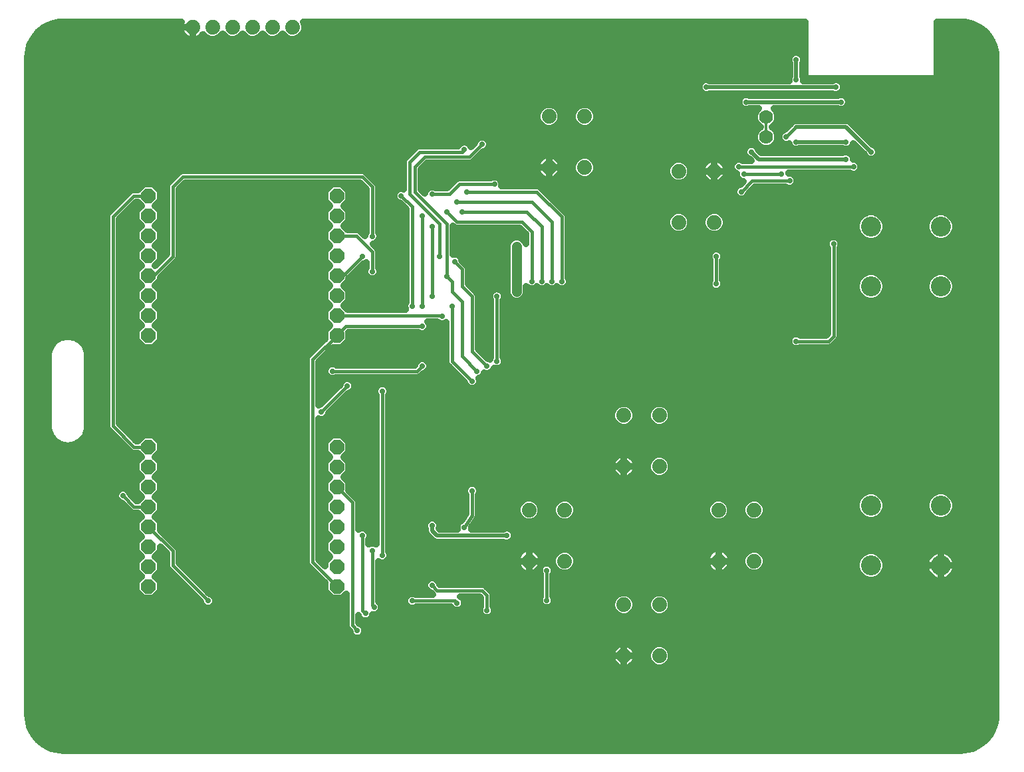
<source format=gbl>
G75*
%MOIN*%
%OFA0B0*%
%FSLAX25Y25*%
%IPPOS*%
%LPD*%
%AMOC8*
5,1,8,0,0,1.08239X$1,22.5*
%
%ADD10OC8,0.07500*%
%ADD11C,0.07400*%
%ADD12C,0.07000*%
%ADD13R,0.01500X0.05000*%
%ADD14C,0.10050*%
%ADD15C,0.02800*%
%ADD16C,0.01600*%
%ADD17C,0.05000*%
%ADD18C,0.02000*%
%ADD19C,0.03200*%
D10*
X0065356Y0087108D03*
X0065356Y0097108D03*
X0065356Y0107108D03*
X0065356Y0117108D03*
X0065356Y0127108D03*
X0065356Y0137108D03*
X0065356Y0147108D03*
X0065356Y0157108D03*
X0065356Y0213092D03*
X0065356Y0223092D03*
X0065356Y0233092D03*
X0065356Y0243092D03*
X0065356Y0253092D03*
X0065356Y0263092D03*
X0065356Y0273092D03*
X0065356Y0283092D03*
X0159844Y0283092D03*
X0159844Y0273092D03*
X0159844Y0263092D03*
X0159844Y0253092D03*
X0159844Y0243092D03*
X0159844Y0233092D03*
X0159844Y0223092D03*
X0159844Y0213092D03*
X0159844Y0157108D03*
X0159844Y0147108D03*
X0159844Y0137108D03*
X0159844Y0127108D03*
X0159844Y0117108D03*
X0159844Y0107108D03*
X0159844Y0097108D03*
X0159844Y0087108D03*
D11*
X0256200Y0099800D03*
X0274000Y0099800D03*
X0303700Y0077900D03*
X0321500Y0077900D03*
X0351200Y0099800D03*
X0369000Y0099800D03*
X0369000Y0125400D03*
X0351200Y0125400D03*
X0321500Y0147300D03*
X0303700Y0147300D03*
X0274000Y0125400D03*
X0256200Y0125400D03*
X0303700Y0172900D03*
X0321500Y0172900D03*
X0331200Y0269800D03*
X0349000Y0269800D03*
X0349000Y0295400D03*
X0331200Y0295400D03*
X0284000Y0297300D03*
X0266200Y0297300D03*
X0266200Y0322900D03*
X0284000Y0322900D03*
X0137600Y0367600D03*
X0127600Y0367600D03*
X0117600Y0367600D03*
X0107600Y0367600D03*
X0097600Y0367600D03*
X0087600Y0367600D03*
X0303700Y0052300D03*
X0321500Y0052300D03*
D12*
X0375100Y0312600D03*
X0375100Y0322600D03*
D13*
X0375100Y0317600D03*
D14*
X0427600Y0267600D03*
X0462600Y0267600D03*
X0462600Y0237600D03*
X0427600Y0237600D03*
X0427600Y0127600D03*
X0462600Y0127600D03*
X0462600Y0097600D03*
X0427600Y0097600D03*
D15*
X0400100Y0097600D03*
X0390100Y0067600D03*
X0265100Y0080100D03*
X0265100Y0095100D03*
X0245100Y0112600D03*
X0223801Y0116801D03*
X0207600Y0117600D03*
X0207600Y0127600D03*
X0227600Y0135100D03*
X0182600Y0102600D03*
X0177600Y0105100D03*
X0172600Y0112600D03*
X0207600Y0087600D03*
X0197600Y0079824D03*
X0178525Y0076675D03*
X0174175Y0073525D03*
X0170100Y0064824D03*
X0210946Y0058446D03*
X0235100Y0075100D03*
X0220100Y0078801D03*
X0230100Y0096350D03*
X0227600Y0172600D03*
X0227600Y0190100D03*
X0230100Y0195100D03*
X0235100Y0197600D03*
X0240100Y0200100D03*
X0235100Y0220100D03*
X0240100Y0232600D03*
X0250100Y0235100D03*
X0257600Y0240100D03*
X0262600Y0240100D03*
X0267600Y0240100D03*
X0272600Y0240100D03*
X0250100Y0257600D03*
X0225100Y0262600D03*
X0218850Y0250100D03*
X0211350Y0252600D03*
X0215100Y0242600D03*
X0207600Y0232600D03*
X0202600Y0227600D03*
X0197600Y0227600D03*
X0202600Y0217600D03*
X0212600Y0222600D03*
X0217600Y0227600D03*
X0192600Y0212600D03*
X0202600Y0197600D03*
X0182600Y0185100D03*
X0165100Y0187600D03*
X0157600Y0195100D03*
X0152108Y0174608D03*
X0177600Y0245100D03*
X0172600Y0252600D03*
X0177600Y0262600D03*
X0202600Y0273092D03*
X0207600Y0267600D03*
X0215100Y0275100D03*
X0220100Y0280100D03*
X0222600Y0275100D03*
X0225100Y0285100D03*
X0238850Y0288850D03*
X0237600Y0295946D03*
X0223801Y0306301D03*
X0232600Y0308850D03*
X0208550Y0320100D03*
X0207600Y0283850D03*
X0192108Y0283092D03*
X0345100Y0337600D03*
X0365100Y0330100D03*
X0385100Y0312600D03*
X0390100Y0310100D03*
X0382600Y0293850D03*
X0386822Y0290572D03*
X0367600Y0305100D03*
X0361350Y0297600D03*
X0363850Y0293850D03*
X0362600Y0285100D03*
X0382600Y0272600D03*
X0408850Y0258850D03*
X0383850Y0225100D03*
X0390100Y0210100D03*
X0350100Y0238850D03*
X0350100Y0252600D03*
X0415100Y0301350D03*
X0418850Y0297600D03*
X0427600Y0305100D03*
X0415100Y0310100D03*
X0412600Y0330100D03*
X0410100Y0337600D03*
X0390100Y0341350D03*
X0390100Y0351350D03*
X0465100Y0282600D03*
X0095376Y0079824D03*
X0052600Y0132600D03*
D16*
X0058092Y0127108D01*
X0065356Y0127108D01*
X0065356Y0117108D02*
X0077600Y0104864D01*
X0077600Y0097600D01*
X0095376Y0079824D01*
X0147600Y0099352D02*
X0147600Y0200848D01*
X0159844Y0213092D01*
X0164352Y0217600D01*
X0202600Y0217600D01*
X0212108Y0223092D02*
X0212600Y0222600D01*
X0212108Y0223092D02*
X0159844Y0223092D01*
X0159844Y0243092D02*
X0163092Y0243092D01*
X0172600Y0252600D01*
X0177600Y0255100D02*
X0169608Y0263092D01*
X0159844Y0263092D01*
X0177600Y0262600D02*
X0177600Y0287600D01*
X0172600Y0292600D01*
X0082600Y0292600D01*
X0077600Y0287600D01*
X0077600Y0252600D01*
X0068092Y0243092D01*
X0065356Y0243092D01*
X0047600Y0272600D02*
X0058092Y0283092D01*
X0065356Y0283092D01*
X0047600Y0272600D02*
X0047600Y0167600D01*
X0058092Y0157108D01*
X0065356Y0157108D01*
X0147600Y0099352D02*
X0159844Y0087108D01*
X0172600Y0075100D02*
X0172600Y0112600D01*
X0177600Y0105100D02*
X0177600Y0077600D01*
X0178525Y0076675D01*
X0174175Y0073525D02*
X0172600Y0075100D01*
X0167600Y0067600D02*
X0167600Y0129352D01*
X0159844Y0137108D01*
X0182600Y0102600D02*
X0182600Y0185100D01*
X0165100Y0187600D02*
X0152108Y0174608D01*
X0157600Y0195100D02*
X0200100Y0195100D01*
X0202600Y0197600D01*
X0217600Y0200100D02*
X0217600Y0227600D01*
X0222600Y0230100D02*
X0217600Y0235100D01*
X0217600Y0240100D01*
X0215100Y0242600D01*
X0215100Y0268850D01*
X0198850Y0285100D01*
X0198850Y0297600D01*
X0203850Y0302600D01*
X0226350Y0302600D01*
X0232600Y0308850D01*
X0223801Y0306301D02*
X0222600Y0305100D01*
X0201350Y0305100D01*
X0196350Y0300100D01*
X0196350Y0283850D01*
X0211350Y0268850D01*
X0211350Y0252600D01*
X0218850Y0250100D02*
X0222600Y0246350D01*
X0222600Y0237600D01*
X0227600Y0232600D01*
X0227600Y0205100D01*
X0235100Y0197600D01*
X0230100Y0195100D02*
X0222600Y0202600D01*
X0222600Y0230100D01*
X0207600Y0232600D02*
X0207600Y0267600D01*
X0202600Y0273092D02*
X0202600Y0227600D01*
X0197600Y0227600D02*
X0197600Y0277600D01*
X0192108Y0283092D01*
X0207600Y0283850D02*
X0216350Y0283850D01*
X0221350Y0288850D01*
X0238850Y0288850D01*
X0225100Y0285100D02*
X0260100Y0285100D01*
X0272600Y0272600D01*
X0272600Y0240100D01*
X0267600Y0240100D02*
X0267600Y0270100D01*
X0257600Y0280100D01*
X0220100Y0280100D01*
X0222600Y0275100D02*
X0255100Y0275100D01*
X0262600Y0267600D01*
X0262600Y0240100D01*
X0257600Y0240100D02*
X0257600Y0265100D01*
X0252600Y0270100D01*
X0220100Y0270100D01*
X0215100Y0275100D01*
X0177600Y0255100D02*
X0177600Y0245100D01*
X0217600Y0200100D02*
X0227600Y0190100D01*
X0240100Y0200100D02*
X0240100Y0232600D01*
X0350100Y0238850D02*
X0350100Y0252600D01*
X0362600Y0285100D02*
X0368072Y0290572D01*
X0386822Y0290572D01*
X0382600Y0293850D02*
X0363850Y0293850D01*
X0361350Y0297600D02*
X0418850Y0297600D01*
X0390100Y0317600D02*
X0385100Y0312600D01*
X0381350Y0301350D02*
X0377600Y0301350D01*
X0408850Y0258850D02*
X0408850Y0212600D01*
X0406350Y0210100D01*
X0390100Y0210100D01*
X0265100Y0095100D02*
X0265100Y0080100D01*
X0235100Y0082600D02*
X0235100Y0075100D01*
X0235100Y0082600D02*
X0232600Y0085100D01*
X0210100Y0085100D01*
X0207600Y0087600D01*
X0197600Y0079824D02*
X0219076Y0079824D01*
X0220100Y0078801D01*
X0223801Y0116801D02*
X0227600Y0122600D01*
X0227600Y0135100D01*
X0167600Y0067600D02*
X0170100Y0065100D01*
X0170100Y0064824D01*
D17*
X0250100Y0235100D02*
X0250100Y0257600D01*
D18*
X0345100Y0337600D02*
X0410100Y0337600D01*
X0412600Y0330100D02*
X0365100Y0330100D01*
X0390100Y0341350D02*
X0390100Y0351350D01*
X0390100Y0317600D02*
X0415100Y0317600D01*
X0427600Y0305100D01*
X0415100Y0301350D02*
X0381350Y0301350D01*
X0371350Y0301350D01*
X0367600Y0305100D01*
X0390100Y0310100D02*
X0415100Y0310100D01*
X0207600Y0117600D02*
X0207600Y0115100D01*
X0210100Y0112600D01*
X0245100Y0112600D01*
D19*
X0010013Y0010013D02*
X0007528Y0013130D01*
X0005799Y0016721D01*
X0004912Y0020607D01*
X0004800Y0022600D01*
X0004800Y0352600D01*
X0004912Y0354593D01*
X0005799Y0358479D01*
X0007528Y0362070D01*
X0010013Y0365187D01*
X0013130Y0367672D01*
X0016721Y0369401D01*
X0020607Y0370288D01*
X0022600Y0370400D01*
X0081956Y0370400D01*
X0081762Y0370018D01*
X0081455Y0369075D01*
X0081300Y0368096D01*
X0081300Y0367600D01*
X0087600Y0367600D01*
X0087600Y0367600D01*
X0087600Y0361300D01*
X0088096Y0361300D01*
X0089075Y0361455D01*
X0090018Y0361762D01*
X0090902Y0362212D01*
X0091704Y0362795D01*
X0092405Y0363496D01*
X0092807Y0364049D01*
X0094258Y0362598D01*
X0096426Y0361700D01*
X0098774Y0361700D01*
X0100942Y0362598D01*
X0102600Y0364256D01*
X0104258Y0362598D01*
X0106426Y0361700D01*
X0108774Y0361700D01*
X0110942Y0362598D01*
X0112600Y0364256D01*
X0114258Y0362598D01*
X0116426Y0361700D01*
X0118774Y0361700D01*
X0120942Y0362598D01*
X0122600Y0364256D01*
X0124258Y0362598D01*
X0126426Y0361700D01*
X0128774Y0361700D01*
X0130942Y0362598D01*
X0132600Y0364256D01*
X0134258Y0362598D01*
X0136426Y0361700D01*
X0138774Y0361700D01*
X0140942Y0362598D01*
X0142602Y0364258D01*
X0143500Y0366426D01*
X0143500Y0368774D01*
X0142826Y0370400D01*
X0394504Y0370400D01*
X0394504Y0343059D01*
X0395441Y0342122D01*
X0459759Y0342122D01*
X0460696Y0343059D01*
X0460696Y0370400D01*
X0472600Y0370400D01*
X0474593Y0370288D01*
X0478479Y0369401D01*
X0482070Y0367672D01*
X0485186Y0365186D01*
X0487672Y0362070D01*
X0489401Y0358479D01*
X0490288Y0354593D01*
X0490400Y0352600D01*
X0490400Y0022600D01*
X0490288Y0020607D01*
X0489401Y0016721D01*
X0487672Y0013130D01*
X0485186Y0010013D01*
X0482070Y0007528D01*
X0478479Y0005799D01*
X0474593Y0004912D01*
X0472600Y0004800D01*
X0022600Y0004800D01*
X0020607Y0004912D01*
X0016721Y0005799D01*
X0013130Y0007528D01*
X0010013Y0010013D01*
X0011288Y0008997D02*
X0483912Y0008997D01*
X0486927Y0012196D02*
X0008273Y0012196D01*
X0006438Y0015394D02*
X0488762Y0015394D01*
X0489828Y0018593D02*
X0005372Y0018593D01*
X0004845Y0021791D02*
X0490355Y0021791D01*
X0490400Y0024990D02*
X0004800Y0024990D01*
X0004800Y0028188D02*
X0490400Y0028188D01*
X0490400Y0031387D02*
X0004800Y0031387D01*
X0004800Y0034585D02*
X0490400Y0034585D01*
X0490400Y0037784D02*
X0004800Y0037784D01*
X0004800Y0040982D02*
X0490400Y0040982D01*
X0490400Y0044181D02*
X0004800Y0044181D01*
X0004800Y0047379D02*
X0299755Y0047379D01*
X0299596Y0047495D02*
X0300398Y0046912D01*
X0301282Y0046462D01*
X0302225Y0046155D01*
X0303204Y0046000D01*
X0303700Y0046000D01*
X0304196Y0046000D01*
X0305175Y0046155D01*
X0306118Y0046462D01*
X0307002Y0046912D01*
X0307804Y0047495D01*
X0308505Y0048196D01*
X0309088Y0048998D01*
X0309538Y0049882D01*
X0309845Y0050825D01*
X0310000Y0051804D01*
X0310000Y0052300D01*
X0310000Y0052796D01*
X0309845Y0053775D01*
X0309538Y0054718D01*
X0309088Y0055602D01*
X0308505Y0056404D01*
X0307804Y0057105D01*
X0307002Y0057688D01*
X0306118Y0058138D01*
X0305175Y0058445D01*
X0304196Y0058600D01*
X0303700Y0058600D01*
X0303700Y0052300D01*
X0303700Y0052300D01*
X0310000Y0052300D01*
X0303700Y0052300D01*
X0303700Y0052300D01*
X0303700Y0052300D01*
X0297400Y0052300D01*
X0297400Y0052796D01*
X0297555Y0053775D01*
X0297862Y0054718D01*
X0298312Y0055602D01*
X0298895Y0056404D01*
X0299596Y0057105D01*
X0300398Y0057688D01*
X0301282Y0058138D01*
X0302225Y0058445D01*
X0303204Y0058600D01*
X0303700Y0058600D01*
X0303700Y0052300D01*
X0303700Y0046000D01*
X0303700Y0052300D01*
X0303700Y0052300D01*
X0297400Y0052300D01*
X0297400Y0051804D01*
X0297555Y0050825D01*
X0297862Y0049882D01*
X0298312Y0048998D01*
X0298895Y0048196D01*
X0299596Y0047495D01*
X0297635Y0050578D02*
X0004800Y0050578D01*
X0004800Y0053776D02*
X0297555Y0053776D01*
X0299465Y0056975D02*
X0004800Y0056975D01*
X0004800Y0060173D02*
X0490400Y0060173D01*
X0490400Y0056975D02*
X0325169Y0056975D01*
X0324842Y0057302D02*
X0322674Y0058200D01*
X0320326Y0058200D01*
X0318158Y0057302D01*
X0316498Y0055642D01*
X0315600Y0053474D01*
X0315600Y0051126D01*
X0316498Y0048958D01*
X0318158Y0047298D01*
X0320326Y0046400D01*
X0322674Y0046400D01*
X0324842Y0047298D01*
X0326502Y0048958D01*
X0327400Y0051126D01*
X0327400Y0053474D01*
X0326502Y0055642D01*
X0324842Y0057302D01*
X0327275Y0053776D02*
X0490400Y0053776D01*
X0490400Y0050578D02*
X0327173Y0050578D01*
X0324923Y0047379D02*
X0490400Y0047379D01*
X0490400Y0063372D02*
X0173395Y0063372D01*
X0173152Y0062785D02*
X0173700Y0064108D01*
X0173700Y0065540D01*
X0173152Y0066864D01*
X0172139Y0067876D01*
X0171161Y0068281D01*
X0170600Y0068843D01*
X0170600Y0072748D01*
X0171123Y0071486D01*
X0172136Y0070473D01*
X0173459Y0069925D01*
X0174891Y0069925D01*
X0176214Y0070473D01*
X0177227Y0071486D01*
X0177775Y0072809D01*
X0177775Y0073089D01*
X0177809Y0073075D01*
X0179241Y0073075D01*
X0180564Y0073623D01*
X0181577Y0074636D01*
X0182125Y0075959D01*
X0182125Y0077391D01*
X0181577Y0078714D01*
X0180600Y0079691D01*
X0180600Y0099532D01*
X0181884Y0099000D01*
X0183316Y0099000D01*
X0184639Y0099548D01*
X0185652Y0100561D01*
X0186200Y0101884D01*
X0186200Y0103316D01*
X0185652Y0104639D01*
X0185600Y0104691D01*
X0185600Y0183009D01*
X0185652Y0183061D01*
X0186200Y0184384D01*
X0186200Y0185816D01*
X0185652Y0187139D01*
X0184639Y0188152D01*
X0183316Y0188700D01*
X0181884Y0188700D01*
X0180561Y0188152D01*
X0179548Y0187139D01*
X0179000Y0185816D01*
X0179000Y0184384D01*
X0179548Y0183061D01*
X0179600Y0183009D01*
X0179600Y0108168D01*
X0178316Y0108700D01*
X0176884Y0108700D01*
X0175600Y0108168D01*
X0175600Y0110509D01*
X0175652Y0110561D01*
X0176200Y0111884D01*
X0176200Y0113316D01*
X0175652Y0114639D01*
X0174639Y0115652D01*
X0173316Y0116200D01*
X0171884Y0116200D01*
X0170600Y0115668D01*
X0170600Y0129949D01*
X0170143Y0131051D01*
X0165794Y0135401D01*
X0165794Y0139572D01*
X0163259Y0142108D01*
X0165794Y0144643D01*
X0165794Y0149572D01*
X0163259Y0152108D01*
X0165794Y0154643D01*
X0165794Y0159572D01*
X0162309Y0163058D01*
X0157380Y0163058D01*
X0153894Y0159572D01*
X0153894Y0154643D01*
X0156430Y0152108D01*
X0153894Y0149572D01*
X0153894Y0144643D01*
X0156430Y0142108D01*
X0153894Y0139572D01*
X0153894Y0134643D01*
X0156430Y0132108D01*
X0153894Y0129572D01*
X0153894Y0124643D01*
X0156430Y0122108D01*
X0153894Y0119572D01*
X0153894Y0114643D01*
X0156430Y0112108D01*
X0153894Y0109572D01*
X0153894Y0104643D01*
X0156430Y0102108D01*
X0153894Y0099572D01*
X0153894Y0097300D01*
X0150600Y0100595D01*
X0150600Y0171336D01*
X0151392Y0171008D01*
X0152824Y0171008D01*
X0154147Y0171556D01*
X0155160Y0172569D01*
X0155708Y0173892D01*
X0155708Y0173965D01*
X0165743Y0184000D01*
X0165816Y0184000D01*
X0167139Y0184548D01*
X0168152Y0185561D01*
X0168700Y0186884D01*
X0168700Y0188316D01*
X0168152Y0189639D01*
X0167139Y0190652D01*
X0165816Y0191200D01*
X0164384Y0191200D01*
X0163061Y0190652D01*
X0162048Y0189639D01*
X0161500Y0188316D01*
X0161500Y0188243D01*
X0151465Y0178208D01*
X0151392Y0178208D01*
X0150600Y0177880D01*
X0150600Y0199605D01*
X0158137Y0207142D01*
X0162309Y0207142D01*
X0165794Y0210628D01*
X0165794Y0214600D01*
X0200509Y0214600D01*
X0200561Y0214548D01*
X0201884Y0214000D01*
X0203316Y0214000D01*
X0204639Y0214548D01*
X0205652Y0215561D01*
X0206200Y0216884D01*
X0206200Y0218316D01*
X0205652Y0219639D01*
X0205199Y0220092D01*
X0210017Y0220092D01*
X0210561Y0219548D01*
X0211884Y0219000D01*
X0213316Y0219000D01*
X0214600Y0219532D01*
X0214600Y0199503D01*
X0215057Y0198401D01*
X0215901Y0197557D01*
X0224000Y0189457D01*
X0224000Y0189384D01*
X0224548Y0188061D01*
X0225561Y0187048D01*
X0226884Y0186500D01*
X0228316Y0186500D01*
X0229639Y0187048D01*
X0230652Y0188061D01*
X0231200Y0189384D01*
X0231200Y0190816D01*
X0230902Y0191536D01*
X0232139Y0192048D01*
X0233152Y0193061D01*
X0233664Y0194298D01*
X0234384Y0194000D01*
X0235816Y0194000D01*
X0237139Y0194548D01*
X0238152Y0195561D01*
X0238664Y0196798D01*
X0239384Y0196500D01*
X0240816Y0196500D01*
X0242139Y0197048D01*
X0243152Y0198061D01*
X0243700Y0199384D01*
X0243700Y0200816D01*
X0243152Y0202139D01*
X0243100Y0202191D01*
X0243100Y0230509D01*
X0243152Y0230561D01*
X0243700Y0231884D01*
X0243700Y0233316D01*
X0243152Y0234639D01*
X0242139Y0235652D01*
X0240816Y0236200D01*
X0239384Y0236200D01*
X0238061Y0235652D01*
X0237048Y0234639D01*
X0236500Y0233316D01*
X0236500Y0231884D01*
X0237048Y0230561D01*
X0237100Y0230509D01*
X0237100Y0202191D01*
X0237048Y0202139D01*
X0236536Y0200902D01*
X0235816Y0201200D01*
X0235743Y0201200D01*
X0230600Y0206343D01*
X0230600Y0233197D01*
X0230143Y0234299D01*
X0225600Y0238843D01*
X0225600Y0246947D01*
X0225143Y0248049D01*
X0222450Y0250743D01*
X0222450Y0250816D01*
X0221902Y0252139D01*
X0220889Y0253152D01*
X0219566Y0253700D01*
X0218134Y0253700D01*
X0218100Y0253686D01*
X0218100Y0267857D01*
X0218401Y0267557D01*
X0219503Y0267100D01*
X0251357Y0267100D01*
X0254600Y0263857D01*
X0254600Y0259018D01*
X0254084Y0260262D01*
X0252762Y0261584D01*
X0251035Y0262300D01*
X0249165Y0262300D01*
X0247438Y0261584D01*
X0246116Y0260262D01*
X0245400Y0258535D01*
X0245400Y0234165D01*
X0246116Y0232438D01*
X0247438Y0231116D01*
X0249165Y0230400D01*
X0251035Y0230400D01*
X0252762Y0231116D01*
X0254084Y0232438D01*
X0254800Y0234165D01*
X0254800Y0237809D01*
X0255561Y0237048D01*
X0256884Y0236500D01*
X0258316Y0236500D01*
X0259639Y0237048D01*
X0260100Y0237509D01*
X0260561Y0237048D01*
X0261884Y0236500D01*
X0263316Y0236500D01*
X0264639Y0237048D01*
X0265100Y0237509D01*
X0265561Y0237048D01*
X0266884Y0236500D01*
X0268316Y0236500D01*
X0269639Y0237048D01*
X0270100Y0237509D01*
X0270561Y0237048D01*
X0271884Y0236500D01*
X0273316Y0236500D01*
X0274639Y0237048D01*
X0275652Y0238061D01*
X0276200Y0239384D01*
X0276200Y0240816D01*
X0275652Y0242139D01*
X0275600Y0242191D01*
X0275600Y0273197D01*
X0275143Y0274299D01*
X0274299Y0275143D01*
X0261799Y0287643D01*
X0260697Y0288100D01*
X0242436Y0288100D01*
X0242450Y0288134D01*
X0242450Y0289566D01*
X0241902Y0290889D01*
X0240889Y0291902D01*
X0239566Y0292450D01*
X0238134Y0292450D01*
X0236811Y0291902D01*
X0236759Y0291850D01*
X0220753Y0291850D01*
X0219651Y0291393D01*
X0218807Y0290549D01*
X0215107Y0286850D01*
X0209691Y0286850D01*
X0209639Y0286902D01*
X0208316Y0287450D01*
X0206884Y0287450D01*
X0205561Y0286902D01*
X0204548Y0285889D01*
X0204000Y0284566D01*
X0204000Y0284193D01*
X0201850Y0286343D01*
X0201850Y0296357D01*
X0205093Y0299600D01*
X0226947Y0299600D01*
X0228049Y0300057D01*
X0228893Y0300901D01*
X0233243Y0305250D01*
X0233316Y0305250D01*
X0234639Y0305798D01*
X0235652Y0306811D01*
X0236200Y0308134D01*
X0236200Y0309566D01*
X0235652Y0310889D01*
X0234639Y0311902D01*
X0233316Y0312450D01*
X0231884Y0312450D01*
X0230561Y0311902D01*
X0229548Y0310889D01*
X0229000Y0309566D01*
X0229000Y0309493D01*
X0227144Y0307637D01*
X0226853Y0308340D01*
X0225840Y0309353D01*
X0224517Y0309901D01*
X0223085Y0309901D01*
X0221762Y0309353D01*
X0220749Y0308340D01*
X0220649Y0308100D01*
X0200753Y0308100D01*
X0199651Y0307643D01*
X0198807Y0306799D01*
X0193807Y0301799D01*
X0193350Y0300697D01*
X0193350Y0286474D01*
X0192824Y0286692D01*
X0191392Y0286692D01*
X0190069Y0286144D01*
X0189056Y0285131D01*
X0188508Y0283808D01*
X0188508Y0282376D01*
X0189056Y0281053D01*
X0190069Y0280040D01*
X0191392Y0279492D01*
X0191465Y0279492D01*
X0194600Y0276357D01*
X0194600Y0229691D01*
X0194548Y0229639D01*
X0194000Y0228316D01*
X0194000Y0226884D01*
X0194328Y0226092D01*
X0165259Y0226092D01*
X0163259Y0228092D01*
X0165794Y0230628D01*
X0165794Y0235557D01*
X0163259Y0238092D01*
X0165794Y0240628D01*
X0165794Y0241551D01*
X0173243Y0249000D01*
X0173316Y0249000D01*
X0174600Y0249532D01*
X0174600Y0247191D01*
X0174548Y0247139D01*
X0174000Y0245816D01*
X0174000Y0244384D01*
X0174548Y0243061D01*
X0175561Y0242048D01*
X0176884Y0241500D01*
X0178316Y0241500D01*
X0179639Y0242048D01*
X0180652Y0243061D01*
X0181200Y0244384D01*
X0181200Y0245816D01*
X0180652Y0247139D01*
X0180600Y0247191D01*
X0180600Y0255697D01*
X0180143Y0256799D01*
X0177943Y0259000D01*
X0178316Y0259000D01*
X0179639Y0259548D01*
X0180652Y0260561D01*
X0181200Y0261884D01*
X0181200Y0263316D01*
X0180652Y0264639D01*
X0180600Y0264691D01*
X0180600Y0288197D01*
X0180143Y0289299D01*
X0179299Y0290143D01*
X0174299Y0295143D01*
X0173197Y0295600D01*
X0082003Y0295600D01*
X0080901Y0295143D01*
X0080057Y0294299D01*
X0075057Y0289299D01*
X0074600Y0288197D01*
X0074600Y0253843D01*
X0068810Y0248053D01*
X0068770Y0248092D01*
X0071306Y0250628D01*
X0071306Y0255557D01*
X0068770Y0258092D01*
X0071306Y0260628D01*
X0071306Y0265557D01*
X0068770Y0268092D01*
X0071306Y0270628D01*
X0071306Y0275557D01*
X0068770Y0278092D01*
X0071306Y0280628D01*
X0071306Y0285557D01*
X0067820Y0289042D01*
X0062891Y0289042D01*
X0059941Y0286092D01*
X0057495Y0286092D01*
X0056393Y0285635D01*
X0045057Y0274299D01*
X0044600Y0273197D01*
X0044600Y0167003D01*
X0045057Y0165901D01*
X0055549Y0155409D01*
X0056393Y0154565D01*
X0057495Y0154108D01*
X0059941Y0154108D01*
X0061941Y0152108D01*
X0059406Y0149572D01*
X0059406Y0144643D01*
X0061941Y0142108D01*
X0059406Y0139572D01*
X0059406Y0134643D01*
X0061941Y0132108D01*
X0059941Y0130108D01*
X0059335Y0130108D01*
X0056200Y0133243D01*
X0056200Y0133316D01*
X0055652Y0134639D01*
X0054639Y0135652D01*
X0053316Y0136200D01*
X0051884Y0136200D01*
X0050561Y0135652D01*
X0049548Y0134639D01*
X0049000Y0133316D01*
X0049000Y0131884D01*
X0049548Y0130561D01*
X0050561Y0129548D01*
X0051884Y0129000D01*
X0051957Y0129000D01*
X0055549Y0125409D01*
X0056393Y0124565D01*
X0057495Y0124108D01*
X0059941Y0124108D01*
X0061941Y0122108D01*
X0059406Y0119572D01*
X0059406Y0114643D01*
X0061941Y0112108D01*
X0059406Y0109572D01*
X0059406Y0104643D01*
X0061941Y0102108D01*
X0059406Y0099572D01*
X0059406Y0094643D01*
X0061941Y0092108D01*
X0059406Y0089572D01*
X0059406Y0084643D01*
X0062891Y0081158D01*
X0067820Y0081158D01*
X0071306Y0084643D01*
X0071306Y0089572D01*
X0068770Y0092108D01*
X0071306Y0094643D01*
X0071306Y0099572D01*
X0068770Y0102108D01*
X0071306Y0104643D01*
X0071306Y0106915D01*
X0074600Y0103621D01*
X0074600Y0097003D01*
X0075057Y0095901D01*
X0091776Y0079182D01*
X0091776Y0079108D01*
X0092324Y0077785D01*
X0093336Y0076772D01*
X0094659Y0076224D01*
X0096092Y0076224D01*
X0097415Y0076772D01*
X0098428Y0077785D01*
X0098976Y0079108D01*
X0098976Y0080540D01*
X0098428Y0081864D01*
X0097415Y0082876D01*
X0096092Y0083424D01*
X0096018Y0083424D01*
X0080600Y0098843D01*
X0080600Y0105461D01*
X0080143Y0106563D01*
X0079299Y0107407D01*
X0071306Y0115401D01*
X0071306Y0119572D01*
X0068770Y0122108D01*
X0071306Y0124643D01*
X0071306Y0129572D01*
X0068770Y0132108D01*
X0071306Y0134643D01*
X0071306Y0139572D01*
X0068770Y0142108D01*
X0071306Y0144643D01*
X0071306Y0149572D01*
X0068770Y0152108D01*
X0071306Y0154643D01*
X0071306Y0159572D01*
X0067820Y0163058D01*
X0062891Y0163058D01*
X0059941Y0160108D01*
X0059335Y0160108D01*
X0050600Y0168843D01*
X0050600Y0271357D01*
X0059335Y0280092D01*
X0059941Y0280092D01*
X0061941Y0278092D01*
X0059406Y0275557D01*
X0059406Y0270628D01*
X0061941Y0268092D01*
X0059406Y0265557D01*
X0059406Y0260628D01*
X0061941Y0258092D01*
X0059406Y0255557D01*
X0059406Y0250628D01*
X0061941Y0248092D01*
X0059406Y0245557D01*
X0059406Y0240628D01*
X0061941Y0238092D01*
X0059406Y0235557D01*
X0059406Y0230628D01*
X0061941Y0228092D01*
X0059406Y0225557D01*
X0059406Y0220628D01*
X0061941Y0218092D01*
X0059406Y0215557D01*
X0059406Y0210628D01*
X0062891Y0207142D01*
X0067820Y0207142D01*
X0071306Y0210628D01*
X0071306Y0215557D01*
X0068770Y0218092D01*
X0071306Y0220628D01*
X0071306Y0225557D01*
X0068770Y0228092D01*
X0071306Y0230628D01*
X0071306Y0235557D01*
X0068770Y0238092D01*
X0071306Y0240628D01*
X0071306Y0242063D01*
X0079299Y0250057D01*
X0080143Y0250901D01*
X0080600Y0252003D01*
X0080600Y0286357D01*
X0083843Y0289600D01*
X0171357Y0289600D01*
X0174600Y0286357D01*
X0174600Y0264691D01*
X0174548Y0264639D01*
X0174000Y0263316D01*
X0174000Y0262943D01*
X0172151Y0264791D01*
X0171307Y0265635D01*
X0170205Y0266092D01*
X0165259Y0266092D01*
X0163259Y0268092D01*
X0165794Y0270628D01*
X0165794Y0275557D01*
X0163259Y0278092D01*
X0165794Y0280628D01*
X0165794Y0285557D01*
X0162309Y0289042D01*
X0157380Y0289042D01*
X0153894Y0285557D01*
X0153894Y0280628D01*
X0156430Y0278092D01*
X0153894Y0275557D01*
X0153894Y0270628D01*
X0156430Y0268092D01*
X0153894Y0265557D01*
X0153894Y0260628D01*
X0156430Y0258092D01*
X0153894Y0255557D01*
X0153894Y0250628D01*
X0156430Y0248092D01*
X0153894Y0245557D01*
X0153894Y0240628D01*
X0156430Y0238092D01*
X0153894Y0235557D01*
X0153894Y0230628D01*
X0156430Y0228092D01*
X0153894Y0225557D01*
X0153894Y0220628D01*
X0156430Y0218092D01*
X0153894Y0215557D01*
X0153894Y0211385D01*
X0145057Y0202547D01*
X0144600Y0201445D01*
X0144600Y0098755D01*
X0145057Y0097653D01*
X0145901Y0096809D01*
X0153894Y0088815D01*
X0153894Y0084643D01*
X0157380Y0081158D01*
X0162309Y0081158D01*
X0164600Y0083449D01*
X0164600Y0067003D01*
X0165057Y0065901D01*
X0166500Y0064457D01*
X0166500Y0064108D01*
X0167048Y0062785D01*
X0168061Y0061772D01*
X0169384Y0061224D01*
X0170816Y0061224D01*
X0172139Y0061772D01*
X0173152Y0062785D01*
X0173273Y0066570D02*
X0490400Y0066570D01*
X0490400Y0069769D02*
X0170600Y0069769D01*
X0164600Y0069769D02*
X0004800Y0069769D01*
X0004800Y0072967D02*
X0164600Y0072967D01*
X0164600Y0076166D02*
X0004800Y0076166D01*
X0004800Y0079364D02*
X0091593Y0079364D01*
X0088395Y0082563D02*
X0069225Y0082563D01*
X0071306Y0085761D02*
X0085196Y0085761D01*
X0081998Y0088960D02*
X0071306Y0088960D01*
X0068821Y0092158D02*
X0078799Y0092158D01*
X0075601Y0095357D02*
X0071306Y0095357D01*
X0071306Y0098555D02*
X0074600Y0098555D01*
X0074600Y0101754D02*
X0069124Y0101754D01*
X0071306Y0104952D02*
X0073269Y0104952D01*
X0078556Y0108151D02*
X0144600Y0108151D01*
X0144600Y0111349D02*
X0075357Y0111349D01*
X0072159Y0114548D02*
X0144600Y0114548D01*
X0144600Y0117746D02*
X0071306Y0117746D01*
X0069933Y0120945D02*
X0144600Y0120945D01*
X0144600Y0124143D02*
X0070806Y0124143D01*
X0071306Y0127342D02*
X0144600Y0127342D01*
X0144600Y0130540D02*
X0070338Y0130540D01*
X0070402Y0133739D02*
X0144600Y0133739D01*
X0144600Y0136937D02*
X0071306Y0136937D01*
X0070742Y0140136D02*
X0144600Y0140136D01*
X0144600Y0143334D02*
X0069997Y0143334D01*
X0071306Y0146533D02*
X0144600Y0146533D01*
X0144600Y0149732D02*
X0071147Y0149732D01*
X0069593Y0152930D02*
X0144600Y0152930D01*
X0144600Y0156129D02*
X0071306Y0156129D01*
X0071306Y0159327D02*
X0144600Y0159327D01*
X0144600Y0162526D02*
X0068353Y0162526D01*
X0062359Y0162526D02*
X0056917Y0162526D01*
X0053719Y0165724D02*
X0144600Y0165724D01*
X0144600Y0168923D02*
X0050600Y0168923D01*
X0050600Y0172121D02*
X0144600Y0172121D01*
X0144600Y0175320D02*
X0050600Y0175320D01*
X0050600Y0178518D02*
X0144600Y0178518D01*
X0144600Y0181717D02*
X0050600Y0181717D01*
X0050600Y0184915D02*
X0144600Y0184915D01*
X0144600Y0188114D02*
X0050600Y0188114D01*
X0050600Y0191312D02*
X0144600Y0191312D01*
X0144600Y0194511D02*
X0050600Y0194511D01*
X0050600Y0197709D02*
X0144600Y0197709D01*
X0144600Y0200908D02*
X0050600Y0200908D01*
X0050600Y0204106D02*
X0146616Y0204106D01*
X0149814Y0207305D02*
X0067983Y0207305D01*
X0071182Y0210503D02*
X0153013Y0210503D01*
X0153894Y0213702D02*
X0071306Y0213702D01*
X0069962Y0216900D02*
X0155238Y0216900D01*
X0154423Y0220099D02*
X0070777Y0220099D01*
X0071306Y0223297D02*
X0153894Y0223297D01*
X0154833Y0226496D02*
X0070367Y0226496D01*
X0070373Y0229694D02*
X0154827Y0229694D01*
X0153894Y0232893D02*
X0071306Y0232893D01*
X0070771Y0236091D02*
X0154429Y0236091D01*
X0155232Y0239290D02*
X0069968Y0239290D01*
X0071731Y0242488D02*
X0153894Y0242488D01*
X0154024Y0245687D02*
X0074929Y0245687D01*
X0078128Y0248885D02*
X0155636Y0248885D01*
X0153894Y0252084D02*
X0080600Y0252084D01*
X0080600Y0255282D02*
X0153894Y0255282D01*
X0156041Y0258481D02*
X0080600Y0258481D01*
X0080600Y0261679D02*
X0153894Y0261679D01*
X0153894Y0264878D02*
X0080600Y0264878D01*
X0080600Y0268076D02*
X0156414Y0268076D01*
X0153894Y0271275D02*
X0080600Y0271275D01*
X0080600Y0274473D02*
X0153894Y0274473D01*
X0156009Y0277672D02*
X0080600Y0277672D01*
X0080600Y0280870D02*
X0153894Y0280870D01*
X0153894Y0284069D02*
X0080600Y0284069D01*
X0081510Y0287268D02*
X0155605Y0287268D01*
X0164083Y0287268D02*
X0173690Y0287268D01*
X0174600Y0284069D02*
X0165794Y0284069D01*
X0165794Y0280870D02*
X0174600Y0280870D01*
X0174600Y0277672D02*
X0163679Y0277672D01*
X0165794Y0274473D02*
X0174600Y0274473D01*
X0174600Y0271275D02*
X0165794Y0271275D01*
X0163274Y0268076D02*
X0174600Y0268076D01*
X0174600Y0264878D02*
X0172065Y0264878D01*
X0180600Y0264878D02*
X0194600Y0264878D01*
X0194600Y0268076D02*
X0180600Y0268076D01*
X0180600Y0271275D02*
X0194600Y0271275D01*
X0194600Y0274473D02*
X0180600Y0274473D01*
X0180600Y0277672D02*
X0193285Y0277672D01*
X0189238Y0280870D02*
X0180600Y0280870D01*
X0180600Y0284069D02*
X0188616Y0284069D01*
X0193350Y0287268D02*
X0180600Y0287268D01*
X0178977Y0290466D02*
X0193350Y0290466D01*
X0193350Y0293665D02*
X0175778Y0293665D01*
X0193350Y0296863D02*
X0004800Y0296863D01*
X0004800Y0293665D02*
X0079422Y0293665D01*
X0076223Y0290466D02*
X0004800Y0290466D01*
X0004800Y0287268D02*
X0061117Y0287268D01*
X0054826Y0284069D02*
X0004800Y0284069D01*
X0004800Y0280870D02*
X0051628Y0280870D01*
X0048429Y0277672D02*
X0004800Y0277672D01*
X0004800Y0274473D02*
X0045231Y0274473D01*
X0044600Y0271275D02*
X0004800Y0271275D01*
X0004800Y0268076D02*
X0044600Y0268076D01*
X0044600Y0264878D02*
X0004800Y0264878D01*
X0004800Y0261679D02*
X0044600Y0261679D01*
X0044600Y0258481D02*
X0004800Y0258481D01*
X0004800Y0255282D02*
X0044600Y0255282D01*
X0044600Y0252084D02*
X0004800Y0252084D01*
X0004800Y0248885D02*
X0044600Y0248885D01*
X0044600Y0245687D02*
X0004800Y0245687D01*
X0004800Y0242488D02*
X0044600Y0242488D01*
X0044600Y0239290D02*
X0004800Y0239290D01*
X0004800Y0236091D02*
X0044600Y0236091D01*
X0044600Y0232893D02*
X0004800Y0232893D01*
X0004800Y0229694D02*
X0044600Y0229694D01*
X0044600Y0226496D02*
X0004800Y0226496D01*
X0004800Y0223297D02*
X0044600Y0223297D01*
X0044600Y0220099D02*
X0004800Y0220099D01*
X0004800Y0216900D02*
X0044600Y0216900D01*
X0044600Y0213702D02*
X0004800Y0213702D01*
X0004800Y0210503D02*
X0019389Y0210503D01*
X0018769Y0210145D02*
X0018769Y0210145D01*
X0016570Y0207525D01*
X0016570Y0207525D01*
X0015400Y0204310D01*
X0015400Y0165890D01*
X0016570Y0162675D01*
X0018769Y0160055D01*
X0018769Y0160055D01*
X0021731Y0158344D01*
X0025100Y0157750D01*
X0028469Y0158344D01*
X0031431Y0160055D01*
X0031431Y0160055D01*
X0033630Y0162675D01*
X0033630Y0162675D01*
X0034800Y0165890D01*
X0034800Y0168511D01*
X0034800Y0201689D01*
X0034800Y0204310D01*
X0033630Y0207525D01*
X0031431Y0210145D01*
X0028469Y0211856D01*
X0028469Y0211856D01*
X0025100Y0212450D01*
X0021731Y0211856D01*
X0018769Y0210145D01*
X0021731Y0211856D02*
X0021731Y0211856D01*
X0025100Y0212450D02*
X0025100Y0212450D01*
X0030811Y0210503D02*
X0044600Y0210503D01*
X0044600Y0207305D02*
X0033710Y0207305D01*
X0033630Y0207525D02*
X0033630Y0207525D01*
X0031431Y0210145D02*
X0031431Y0210145D01*
X0031431Y0210145D01*
X0034800Y0204106D02*
X0044600Y0204106D01*
X0044600Y0200908D02*
X0034800Y0200908D01*
X0034800Y0197709D02*
X0044600Y0197709D01*
X0044600Y0194511D02*
X0034800Y0194511D01*
X0034800Y0191312D02*
X0044600Y0191312D01*
X0044600Y0188114D02*
X0034800Y0188114D01*
X0034800Y0184915D02*
X0044600Y0184915D01*
X0044600Y0181717D02*
X0034800Y0181717D01*
X0034800Y0178518D02*
X0044600Y0178518D01*
X0044600Y0175320D02*
X0034800Y0175320D01*
X0034800Y0172121D02*
X0044600Y0172121D01*
X0044600Y0168923D02*
X0034800Y0168923D01*
X0034740Y0165724D02*
X0045233Y0165724D01*
X0048432Y0162526D02*
X0033504Y0162526D01*
X0030171Y0159327D02*
X0051630Y0159327D01*
X0054829Y0156129D02*
X0004800Y0156129D01*
X0004800Y0159327D02*
X0020029Y0159327D01*
X0018769Y0160055D02*
X0018769Y0160055D01*
X0016695Y0162526D02*
X0004800Y0162526D01*
X0004800Y0165724D02*
X0015460Y0165724D01*
X0015400Y0168923D02*
X0004800Y0168923D01*
X0004800Y0172121D02*
X0015400Y0172121D01*
X0015400Y0175320D02*
X0004800Y0175320D01*
X0004800Y0178518D02*
X0015400Y0178518D01*
X0015400Y0181717D02*
X0004800Y0181717D01*
X0004800Y0184915D02*
X0015400Y0184915D01*
X0015400Y0188114D02*
X0004800Y0188114D01*
X0004800Y0191312D02*
X0015400Y0191312D01*
X0015400Y0194511D02*
X0004800Y0194511D01*
X0004800Y0197709D02*
X0015400Y0197709D01*
X0015400Y0200908D02*
X0004800Y0200908D01*
X0004800Y0204106D02*
X0015400Y0204106D01*
X0016490Y0207305D02*
X0004800Y0207305D01*
X0050600Y0207305D02*
X0062729Y0207305D01*
X0059530Y0210503D02*
X0050600Y0210503D01*
X0050600Y0213702D02*
X0059406Y0213702D01*
X0060749Y0216900D02*
X0050600Y0216900D01*
X0050600Y0220099D02*
X0059935Y0220099D01*
X0059406Y0223297D02*
X0050600Y0223297D01*
X0050600Y0226496D02*
X0060345Y0226496D01*
X0060339Y0229694D02*
X0050600Y0229694D01*
X0050600Y0232893D02*
X0059406Y0232893D01*
X0059941Y0236091D02*
X0050600Y0236091D01*
X0050600Y0239290D02*
X0060744Y0239290D01*
X0059406Y0242488D02*
X0050600Y0242488D01*
X0050600Y0245687D02*
X0059536Y0245687D01*
X0061148Y0248885D02*
X0050600Y0248885D01*
X0050600Y0252084D02*
X0059406Y0252084D01*
X0059406Y0255282D02*
X0050600Y0255282D01*
X0050600Y0258481D02*
X0061553Y0258481D01*
X0059406Y0261679D02*
X0050600Y0261679D01*
X0050600Y0264878D02*
X0059406Y0264878D01*
X0061926Y0268076D02*
X0050600Y0268076D01*
X0050600Y0271275D02*
X0059406Y0271275D01*
X0059406Y0274473D02*
X0053716Y0274473D01*
X0056915Y0277672D02*
X0061521Y0277672D01*
X0069191Y0277672D02*
X0074600Y0277672D01*
X0074600Y0280870D02*
X0071306Y0280870D01*
X0071306Y0284069D02*
X0074600Y0284069D01*
X0074600Y0287268D02*
X0069595Y0287268D01*
X0071306Y0274473D02*
X0074600Y0274473D01*
X0074600Y0271275D02*
X0071306Y0271275D01*
X0068786Y0268076D02*
X0074600Y0268076D01*
X0074600Y0264878D02*
X0071306Y0264878D01*
X0071306Y0261679D02*
X0074600Y0261679D01*
X0074600Y0258481D02*
X0069159Y0258481D01*
X0071306Y0255282D02*
X0074600Y0255282D01*
X0072841Y0252084D02*
X0071306Y0252084D01*
X0069643Y0248885D02*
X0069564Y0248885D01*
X0004800Y0300062D02*
X0193350Y0300062D01*
X0195267Y0303260D02*
X0004800Y0303260D01*
X0004800Y0306459D02*
X0198466Y0306459D01*
X0198807Y0306799D02*
X0198807Y0306799D01*
X0202356Y0296863D02*
X0259900Y0296863D01*
X0259900Y0296804D02*
X0260055Y0295825D01*
X0260362Y0294882D01*
X0260812Y0293998D01*
X0261395Y0293196D01*
X0262096Y0292495D01*
X0262898Y0291912D01*
X0263782Y0291462D01*
X0264725Y0291155D01*
X0265704Y0291000D01*
X0266200Y0291000D01*
X0266696Y0291000D01*
X0267675Y0291155D01*
X0268618Y0291462D01*
X0269502Y0291912D01*
X0270304Y0292495D01*
X0271005Y0293196D01*
X0271588Y0293998D01*
X0272038Y0294882D01*
X0272345Y0295825D01*
X0272500Y0296804D01*
X0272500Y0297300D01*
X0272500Y0297796D01*
X0272345Y0298775D01*
X0272038Y0299718D01*
X0271588Y0300602D01*
X0271005Y0301404D01*
X0270304Y0302105D01*
X0269502Y0302688D01*
X0268618Y0303138D01*
X0267675Y0303445D01*
X0266696Y0303600D01*
X0266200Y0303600D01*
X0266200Y0297300D01*
X0266200Y0297300D01*
X0272500Y0297300D01*
X0266200Y0297300D01*
X0266200Y0297300D01*
X0266200Y0297300D01*
X0259900Y0297300D01*
X0259900Y0297796D01*
X0260055Y0298775D01*
X0260362Y0299718D01*
X0260812Y0300602D01*
X0261395Y0301404D01*
X0262096Y0302105D01*
X0262898Y0302688D01*
X0263782Y0303138D01*
X0264725Y0303445D01*
X0265704Y0303600D01*
X0266200Y0303600D01*
X0266200Y0297300D01*
X0266200Y0291000D01*
X0266200Y0297300D01*
X0266200Y0297300D01*
X0259900Y0297300D01*
X0259900Y0296804D01*
X0260536Y0300062D02*
X0228054Y0300062D01*
X0231253Y0303260D02*
X0264156Y0303260D01*
X0266200Y0303260D02*
X0266200Y0303260D01*
X0268244Y0303260D02*
X0364466Y0303260D01*
X0364548Y0303061D02*
X0365561Y0302048D01*
X0366526Y0301648D01*
X0367575Y0300600D01*
X0363441Y0300600D01*
X0363389Y0300652D01*
X0362066Y0301200D01*
X0360634Y0301200D01*
X0359311Y0300652D01*
X0358298Y0299639D01*
X0357750Y0298316D01*
X0357750Y0296884D01*
X0358298Y0295561D01*
X0359311Y0294548D01*
X0360250Y0294159D01*
X0360250Y0293134D01*
X0360798Y0291811D01*
X0361811Y0290798D01*
X0363134Y0290250D01*
X0363507Y0290250D01*
X0361957Y0288700D01*
X0361884Y0288700D01*
X0360561Y0288152D01*
X0359548Y0287139D01*
X0359000Y0285816D01*
X0359000Y0284384D01*
X0359548Y0283061D01*
X0360561Y0282048D01*
X0361884Y0281500D01*
X0363316Y0281500D01*
X0364639Y0282048D01*
X0365652Y0283061D01*
X0366200Y0284384D01*
X0366200Y0284457D01*
X0369315Y0287572D01*
X0384731Y0287572D01*
X0384783Y0287521D01*
X0386106Y0286972D01*
X0387539Y0286972D01*
X0388862Y0287521D01*
X0389874Y0288533D01*
X0390422Y0289856D01*
X0390422Y0291289D01*
X0389874Y0292612D01*
X0388862Y0293624D01*
X0387539Y0294172D01*
X0386200Y0294172D01*
X0386200Y0294566D01*
X0386186Y0294600D01*
X0416759Y0294600D01*
X0416811Y0294548D01*
X0418134Y0294000D01*
X0419566Y0294000D01*
X0420889Y0294548D01*
X0421902Y0295561D01*
X0422450Y0296884D01*
X0422450Y0298316D01*
X0421902Y0299639D01*
X0420889Y0300652D01*
X0419566Y0301200D01*
X0418700Y0301200D01*
X0418700Y0302066D01*
X0418152Y0303389D01*
X0417139Y0304402D01*
X0415816Y0304950D01*
X0414384Y0304950D01*
X0413418Y0304550D01*
X0372675Y0304550D01*
X0371052Y0306174D01*
X0370652Y0307139D01*
X0369639Y0308152D01*
X0368316Y0308700D01*
X0366884Y0308700D01*
X0365561Y0308152D01*
X0364548Y0307139D01*
X0364000Y0305816D01*
X0364000Y0304384D01*
X0364548Y0303061D01*
X0364266Y0306459D02*
X0235300Y0306459D01*
X0236162Y0309657D02*
X0370149Y0309657D01*
X0370268Y0309371D02*
X0371871Y0307768D01*
X0373966Y0306900D01*
X0376234Y0306900D01*
X0378329Y0307768D01*
X0379932Y0309371D01*
X0380800Y0311466D01*
X0380800Y0313734D01*
X0379932Y0315829D01*
X0378329Y0317432D01*
X0378050Y0317548D01*
X0378050Y0317652D01*
X0378329Y0317768D01*
X0379932Y0319371D01*
X0380800Y0321466D01*
X0380800Y0323734D01*
X0379932Y0325829D01*
X0378861Y0326900D01*
X0410918Y0326900D01*
X0411884Y0326500D01*
X0413316Y0326500D01*
X0414639Y0327048D01*
X0415652Y0328061D01*
X0416200Y0329384D01*
X0416200Y0330816D01*
X0415652Y0332139D01*
X0414639Y0333152D01*
X0413316Y0333700D01*
X0411884Y0333700D01*
X0410918Y0333300D01*
X0366782Y0333300D01*
X0365816Y0333700D01*
X0364384Y0333700D01*
X0363061Y0333152D01*
X0362048Y0332139D01*
X0361500Y0330816D01*
X0361500Y0329384D01*
X0362048Y0328061D01*
X0363061Y0327048D01*
X0364384Y0326500D01*
X0365816Y0326500D01*
X0366782Y0326900D01*
X0371339Y0326900D01*
X0370268Y0325829D01*
X0369400Y0323734D01*
X0369400Y0321466D01*
X0370268Y0319371D01*
X0371871Y0317768D01*
X0372150Y0317652D01*
X0372150Y0317548D01*
X0371871Y0317432D01*
X0370268Y0315829D01*
X0369400Y0313734D01*
X0369400Y0311466D01*
X0370268Y0309371D01*
X0370934Y0306459D02*
X0421716Y0306459D01*
X0424148Y0304026D02*
X0424548Y0303061D01*
X0425561Y0302048D01*
X0426884Y0301500D01*
X0428316Y0301500D01*
X0429639Y0302048D01*
X0430652Y0303061D01*
X0431200Y0304384D01*
X0431200Y0305816D01*
X0430652Y0307139D01*
X0429639Y0308152D01*
X0428674Y0308552D01*
X0416913Y0320313D01*
X0415737Y0320800D01*
X0414463Y0320800D01*
X0389463Y0320800D01*
X0388287Y0320313D01*
X0387387Y0319413D01*
X0387187Y0318930D01*
X0384457Y0316200D01*
X0384384Y0316200D01*
X0383061Y0315652D01*
X0382048Y0314639D01*
X0381500Y0313316D01*
X0381500Y0311884D01*
X0382048Y0310561D01*
X0383061Y0309548D01*
X0384384Y0309000D01*
X0385816Y0309000D01*
X0386536Y0309298D01*
X0387048Y0308061D01*
X0388061Y0307048D01*
X0389384Y0306500D01*
X0390816Y0306500D01*
X0391782Y0306900D01*
X0413418Y0306900D01*
X0414384Y0306500D01*
X0415816Y0306500D01*
X0417139Y0307048D01*
X0418152Y0308061D01*
X0418700Y0309384D01*
X0418700Y0309475D01*
X0424148Y0304026D01*
X0424466Y0303260D02*
X0418205Y0303260D01*
X0421480Y0300062D02*
X0490400Y0300062D01*
X0490400Y0303260D02*
X0430734Y0303260D01*
X0430934Y0306459D02*
X0490400Y0306459D01*
X0490400Y0309657D02*
X0427568Y0309657D01*
X0424370Y0312856D02*
X0490400Y0312856D01*
X0490400Y0316054D02*
X0421171Y0316054D01*
X0417973Y0319253D02*
X0490400Y0319253D01*
X0490400Y0322451D02*
X0380800Y0322451D01*
X0380006Y0325650D02*
X0490400Y0325650D01*
X0490400Y0328848D02*
X0415978Y0328848D01*
X0415690Y0332047D02*
X0490400Y0332047D01*
X0490400Y0335245D02*
X0412836Y0335245D01*
X0413152Y0335561D02*
X0413700Y0336884D01*
X0413700Y0338316D01*
X0413152Y0339639D01*
X0412139Y0340652D01*
X0410816Y0341200D01*
X0409384Y0341200D01*
X0408418Y0340800D01*
X0393700Y0340800D01*
X0393700Y0342066D01*
X0393300Y0343032D01*
X0393300Y0349668D01*
X0393700Y0350634D01*
X0393700Y0352066D01*
X0393152Y0353389D01*
X0392139Y0354402D01*
X0390816Y0354950D01*
X0389384Y0354950D01*
X0388061Y0354402D01*
X0387048Y0353389D01*
X0386500Y0352066D01*
X0386500Y0350634D01*
X0386900Y0349668D01*
X0386900Y0343032D01*
X0386500Y0342066D01*
X0386500Y0340800D01*
X0346782Y0340800D01*
X0345816Y0341200D01*
X0344384Y0341200D01*
X0343061Y0340652D01*
X0342048Y0339639D01*
X0341500Y0338316D01*
X0341500Y0336884D01*
X0342048Y0335561D01*
X0343061Y0334548D01*
X0344384Y0334000D01*
X0345816Y0334000D01*
X0346782Y0334400D01*
X0408418Y0334400D01*
X0409384Y0334000D01*
X0410816Y0334000D01*
X0412139Y0334548D01*
X0413152Y0335561D01*
X0413647Y0338444D02*
X0490400Y0338444D01*
X0490400Y0341642D02*
X0393700Y0341642D01*
X0393300Y0344841D02*
X0394504Y0344841D01*
X0394504Y0348039D02*
X0393300Y0348039D01*
X0393700Y0351238D02*
X0394504Y0351238D01*
X0394504Y0354436D02*
X0392056Y0354436D01*
X0388144Y0354436D02*
X0004903Y0354436D01*
X0004800Y0351238D02*
X0386500Y0351238D01*
X0386900Y0348039D02*
X0004800Y0348039D01*
X0004800Y0344841D02*
X0386900Y0344841D01*
X0386500Y0341642D02*
X0004800Y0341642D01*
X0004800Y0338444D02*
X0341553Y0338444D01*
X0342364Y0335245D02*
X0004800Y0335245D01*
X0004800Y0332047D02*
X0362010Y0332047D01*
X0361722Y0328848D02*
X0004800Y0328848D01*
X0004800Y0325650D02*
X0260953Y0325650D01*
X0261198Y0326242D02*
X0260300Y0324074D01*
X0260300Y0321726D01*
X0261198Y0319558D01*
X0262858Y0317898D01*
X0265026Y0317000D01*
X0267374Y0317000D01*
X0269542Y0317898D01*
X0271202Y0319558D01*
X0272100Y0321726D01*
X0272100Y0324074D01*
X0271202Y0326242D01*
X0269542Y0327902D01*
X0267374Y0328800D01*
X0265026Y0328800D01*
X0262858Y0327902D01*
X0261198Y0326242D01*
X0260300Y0322451D02*
X0004800Y0322451D01*
X0004800Y0319253D02*
X0261504Y0319253D01*
X0270896Y0319253D02*
X0279304Y0319253D01*
X0278998Y0319558D02*
X0280658Y0317898D01*
X0282826Y0317000D01*
X0285174Y0317000D01*
X0287342Y0317898D01*
X0289002Y0319558D01*
X0289900Y0321726D01*
X0289900Y0324074D01*
X0289002Y0326242D01*
X0287342Y0327902D01*
X0285174Y0328800D01*
X0282826Y0328800D01*
X0280658Y0327902D01*
X0278998Y0326242D01*
X0278100Y0324074D01*
X0278100Y0321726D01*
X0278998Y0319558D01*
X0278100Y0322451D02*
X0272100Y0322451D01*
X0271447Y0325650D02*
X0278753Y0325650D01*
X0289247Y0325650D02*
X0370194Y0325650D01*
X0369400Y0322451D02*
X0289900Y0322451D01*
X0288696Y0319253D02*
X0370386Y0319253D01*
X0370493Y0316054D02*
X0004800Y0316054D01*
X0004800Y0312856D02*
X0369400Y0312856D01*
X0379707Y0316054D02*
X0384032Y0316054D01*
X0381500Y0312856D02*
X0380800Y0312856D01*
X0380051Y0309657D02*
X0382952Y0309657D01*
X0379814Y0319253D02*
X0387321Y0319253D01*
X0358720Y0300062D02*
X0353248Y0300062D01*
X0353104Y0300205D02*
X0353805Y0299504D01*
X0354388Y0298702D01*
X0354838Y0297818D01*
X0355145Y0296875D01*
X0355300Y0295896D01*
X0355300Y0295400D01*
X0349000Y0295400D01*
X0349000Y0295400D01*
X0349000Y0301700D01*
X0349496Y0301700D01*
X0350475Y0301545D01*
X0351418Y0301238D01*
X0352302Y0300788D01*
X0353104Y0300205D01*
X0355147Y0296863D02*
X0357759Y0296863D01*
X0355300Y0295400D02*
X0349000Y0295400D01*
X0349000Y0295400D01*
X0349000Y0295400D01*
X0342700Y0295400D01*
X0342700Y0295896D01*
X0342855Y0296875D01*
X0343162Y0297818D01*
X0343612Y0298702D01*
X0344195Y0299504D01*
X0344896Y0300205D01*
X0345698Y0300788D01*
X0346582Y0301238D01*
X0347525Y0301545D01*
X0348504Y0301700D01*
X0349000Y0301700D01*
X0349000Y0295400D01*
X0349000Y0289100D01*
X0349496Y0289100D01*
X0350475Y0289255D01*
X0351418Y0289562D01*
X0352302Y0290012D01*
X0353104Y0290595D01*
X0353805Y0291296D01*
X0354388Y0292098D01*
X0354838Y0292982D01*
X0355145Y0293925D01*
X0355300Y0294904D01*
X0355300Y0295400D01*
X0355060Y0293665D02*
X0360250Y0293665D01*
X0362612Y0290466D02*
X0352927Y0290466D01*
X0349000Y0290466D02*
X0349000Y0290466D01*
X0349000Y0289100D02*
X0349000Y0295400D01*
X0349000Y0295400D01*
X0342700Y0295400D01*
X0342700Y0294904D01*
X0342855Y0293925D01*
X0343162Y0292982D01*
X0343612Y0292098D01*
X0344195Y0291296D01*
X0344896Y0290595D01*
X0345698Y0290012D01*
X0346582Y0289562D01*
X0347525Y0289255D01*
X0348504Y0289100D01*
X0349000Y0289100D01*
X0345073Y0290466D02*
X0334610Y0290466D01*
X0334542Y0290398D02*
X0336202Y0292058D01*
X0337100Y0294226D01*
X0337100Y0296574D01*
X0336202Y0298742D01*
X0334542Y0300402D01*
X0332374Y0301300D01*
X0330026Y0301300D01*
X0327858Y0300402D01*
X0326198Y0298742D01*
X0325300Y0296574D01*
X0325300Y0294226D01*
X0326198Y0292058D01*
X0327858Y0290398D01*
X0330026Y0289500D01*
X0332374Y0289500D01*
X0334542Y0290398D01*
X0336867Y0293665D02*
X0342940Y0293665D01*
X0342853Y0296863D02*
X0336980Y0296863D01*
X0334882Y0300062D02*
X0344752Y0300062D01*
X0349000Y0300062D02*
X0349000Y0300062D01*
X0349000Y0296863D02*
X0349000Y0296863D01*
X0349000Y0293665D02*
X0349000Y0293665D01*
X0359676Y0287268D02*
X0262175Y0287268D01*
X0265374Y0284069D02*
X0359130Y0284069D01*
X0366070Y0284069D02*
X0490400Y0284069D01*
X0490400Y0280870D02*
X0268572Y0280870D01*
X0271771Y0277672D02*
X0490400Y0277672D01*
X0490400Y0274473D02*
X0464886Y0274473D01*
X0464037Y0274825D02*
X0461163Y0274825D01*
X0458507Y0273725D01*
X0456475Y0271693D01*
X0455375Y0269037D01*
X0455375Y0266163D01*
X0456475Y0263507D01*
X0458507Y0261475D01*
X0461163Y0260375D01*
X0464037Y0260375D01*
X0466693Y0261475D01*
X0468725Y0263507D01*
X0469825Y0266163D01*
X0469825Y0269037D01*
X0468725Y0271693D01*
X0466693Y0273725D01*
X0464037Y0274825D01*
X0460314Y0274473D02*
X0429886Y0274473D01*
X0429037Y0274825D02*
X0426163Y0274825D01*
X0423507Y0273725D01*
X0421475Y0271693D01*
X0420375Y0269037D01*
X0420375Y0266163D01*
X0421475Y0263507D01*
X0423507Y0261475D01*
X0426163Y0260375D01*
X0429037Y0260375D01*
X0431693Y0261475D01*
X0433725Y0263507D01*
X0434825Y0266163D01*
X0434825Y0269037D01*
X0433725Y0271693D01*
X0431693Y0273725D01*
X0429037Y0274825D01*
X0425314Y0274473D02*
X0352670Y0274473D01*
X0352342Y0274802D02*
X0350174Y0275700D01*
X0347826Y0275700D01*
X0345658Y0274802D01*
X0343998Y0273142D01*
X0343100Y0270974D01*
X0343100Y0268626D01*
X0343998Y0266458D01*
X0345658Y0264798D01*
X0347826Y0263900D01*
X0350174Y0263900D01*
X0352342Y0264798D01*
X0354002Y0266458D01*
X0354900Y0268626D01*
X0354900Y0270974D01*
X0354002Y0273142D01*
X0352342Y0274802D01*
X0354775Y0271275D02*
X0421302Y0271275D01*
X0420375Y0268076D02*
X0354672Y0268076D01*
X0352422Y0264878D02*
X0420907Y0264878D01*
X0423303Y0261679D02*
X0411112Y0261679D01*
X0410889Y0261902D02*
X0411902Y0260889D01*
X0412450Y0259566D01*
X0412450Y0258134D01*
X0411902Y0256811D01*
X0411850Y0256759D01*
X0411850Y0212003D01*
X0411393Y0210901D01*
X0410549Y0210057D01*
X0408049Y0207557D01*
X0406947Y0207100D01*
X0392191Y0207100D01*
X0392139Y0207048D01*
X0390816Y0206500D01*
X0389384Y0206500D01*
X0388061Y0207048D01*
X0387048Y0208061D01*
X0386500Y0209384D01*
X0386500Y0210816D01*
X0387048Y0212139D01*
X0388061Y0213152D01*
X0389384Y0213700D01*
X0390816Y0213700D01*
X0392139Y0213152D01*
X0392191Y0213100D01*
X0405107Y0213100D01*
X0405850Y0213843D01*
X0405850Y0256759D01*
X0405798Y0256811D01*
X0405250Y0258134D01*
X0405250Y0259566D01*
X0405798Y0260889D01*
X0406811Y0261902D01*
X0408134Y0262450D01*
X0409566Y0262450D01*
X0410889Y0261902D01*
X0412450Y0258481D02*
X0490400Y0258481D01*
X0490400Y0261679D02*
X0466897Y0261679D01*
X0469293Y0264878D02*
X0490400Y0264878D01*
X0490400Y0268076D02*
X0469825Y0268076D01*
X0468898Y0271275D02*
X0490400Y0271275D01*
X0490400Y0287268D02*
X0388251Y0287268D01*
X0385394Y0287268D02*
X0369010Y0287268D01*
X0388765Y0293665D02*
X0490400Y0293665D01*
X0490400Y0296863D02*
X0422441Y0296863D01*
X0433898Y0271275D02*
X0456302Y0271275D01*
X0455375Y0268076D02*
X0434825Y0268076D01*
X0434293Y0264878D02*
X0455907Y0264878D01*
X0458303Y0261679D02*
X0431897Y0261679D01*
X0429037Y0244825D02*
X0426163Y0244825D01*
X0423507Y0243725D01*
X0421475Y0241693D01*
X0420375Y0239037D01*
X0420375Y0236163D01*
X0421475Y0233507D01*
X0423507Y0231475D01*
X0426163Y0230375D01*
X0429037Y0230375D01*
X0431693Y0231475D01*
X0433725Y0233507D01*
X0434825Y0236163D01*
X0434825Y0239037D01*
X0433725Y0241693D01*
X0431693Y0243725D01*
X0429037Y0244825D01*
X0432929Y0242488D02*
X0457271Y0242488D01*
X0456475Y0241693D02*
X0455375Y0239037D01*
X0455375Y0236163D01*
X0456475Y0233507D01*
X0458507Y0231475D01*
X0461163Y0230375D01*
X0464037Y0230375D01*
X0466693Y0231475D01*
X0468725Y0233507D01*
X0469825Y0236163D01*
X0469825Y0239037D01*
X0468725Y0241693D01*
X0466693Y0243725D01*
X0464037Y0244825D01*
X0461163Y0244825D01*
X0458507Y0243725D01*
X0456475Y0241693D01*
X0455480Y0239290D02*
X0434720Y0239290D01*
X0434795Y0236091D02*
X0455405Y0236091D01*
X0457089Y0232893D02*
X0433111Y0232893D01*
X0422089Y0232893D02*
X0411850Y0232893D01*
X0411850Y0236091D02*
X0420405Y0236091D01*
X0420480Y0239290D02*
X0411850Y0239290D01*
X0411850Y0242488D02*
X0422271Y0242488D01*
X0411850Y0245687D02*
X0490400Y0245687D01*
X0490400Y0248885D02*
X0411850Y0248885D01*
X0411850Y0252084D02*
X0490400Y0252084D01*
X0490400Y0255282D02*
X0411850Y0255282D01*
X0406588Y0261679D02*
X0275600Y0261679D01*
X0275600Y0258481D02*
X0405250Y0258481D01*
X0405850Y0255282D02*
X0352509Y0255282D01*
X0352139Y0255652D02*
X0350816Y0256200D01*
X0349384Y0256200D01*
X0348061Y0255652D01*
X0347048Y0254639D01*
X0346500Y0253316D01*
X0346500Y0251884D01*
X0347048Y0250561D01*
X0347100Y0250509D01*
X0347100Y0240941D01*
X0347048Y0240889D01*
X0346500Y0239566D01*
X0346500Y0238134D01*
X0347048Y0236811D01*
X0348061Y0235798D01*
X0349384Y0235250D01*
X0350816Y0235250D01*
X0352139Y0235798D01*
X0353152Y0236811D01*
X0353700Y0238134D01*
X0353700Y0239566D01*
X0353152Y0240889D01*
X0353100Y0240941D01*
X0353100Y0250509D01*
X0353152Y0250561D01*
X0353700Y0251884D01*
X0353700Y0253316D01*
X0353152Y0254639D01*
X0352139Y0255652D01*
X0353700Y0252084D02*
X0405850Y0252084D01*
X0405850Y0248885D02*
X0353100Y0248885D01*
X0353100Y0245687D02*
X0405850Y0245687D01*
X0405850Y0242488D02*
X0353100Y0242488D01*
X0353700Y0239290D02*
X0405850Y0239290D01*
X0405850Y0236091D02*
X0352432Y0236091D01*
X0347767Y0236091D02*
X0254800Y0236091D01*
X0254273Y0232893D02*
X0405850Y0232893D01*
X0405850Y0229694D02*
X0243100Y0229694D01*
X0243100Y0226496D02*
X0405850Y0226496D01*
X0405850Y0223297D02*
X0243100Y0223297D01*
X0243100Y0220099D02*
X0405850Y0220099D01*
X0405850Y0216900D02*
X0243100Y0216900D01*
X0243100Y0213702D02*
X0405709Y0213702D01*
X0410996Y0210503D02*
X0490400Y0210503D01*
X0490400Y0207305D02*
X0407441Y0207305D01*
X0411850Y0213702D02*
X0490400Y0213702D01*
X0490400Y0216900D02*
X0411850Y0216900D01*
X0411850Y0220099D02*
X0490400Y0220099D01*
X0490400Y0223297D02*
X0411850Y0223297D01*
X0411850Y0226496D02*
X0490400Y0226496D01*
X0490400Y0229694D02*
X0411850Y0229694D01*
X0386500Y0210503D02*
X0243100Y0210503D01*
X0243100Y0207305D02*
X0387804Y0207305D01*
X0346500Y0239290D02*
X0276161Y0239290D01*
X0275600Y0242488D02*
X0347100Y0242488D01*
X0347100Y0245687D02*
X0275600Y0245687D01*
X0275600Y0248885D02*
X0347100Y0248885D01*
X0346500Y0252084D02*
X0275600Y0252084D01*
X0275600Y0255282D02*
X0347691Y0255282D01*
X0345578Y0264878D02*
X0334622Y0264878D01*
X0334542Y0264798D02*
X0336202Y0266458D01*
X0337100Y0268626D01*
X0337100Y0270974D01*
X0336202Y0273142D01*
X0334542Y0274802D01*
X0332374Y0275700D01*
X0330026Y0275700D01*
X0327858Y0274802D01*
X0326198Y0273142D01*
X0325300Y0270974D01*
X0325300Y0268626D01*
X0326198Y0266458D01*
X0327858Y0264798D01*
X0330026Y0263900D01*
X0332374Y0263900D01*
X0334542Y0264798D01*
X0336872Y0268076D02*
X0343328Y0268076D01*
X0343225Y0271275D02*
X0336975Y0271275D01*
X0334870Y0274473D02*
X0345330Y0274473D01*
X0327530Y0274473D02*
X0274969Y0274473D01*
X0275600Y0271275D02*
X0325425Y0271275D01*
X0325528Y0268076D02*
X0275600Y0268076D01*
X0275600Y0264878D02*
X0327778Y0264878D01*
X0327790Y0290466D02*
X0242077Y0290466D01*
X0261054Y0293665D02*
X0201850Y0293665D01*
X0201850Y0290466D02*
X0218723Y0290466D01*
X0215525Y0287268D02*
X0208757Y0287268D01*
X0206443Y0287268D02*
X0201850Y0287268D01*
X0218100Y0264878D02*
X0253579Y0264878D01*
X0254600Y0261679D02*
X0252533Y0261679D01*
X0247667Y0261679D02*
X0218100Y0261679D01*
X0218100Y0258481D02*
X0245400Y0258481D01*
X0245400Y0255282D02*
X0218100Y0255282D01*
X0221925Y0252084D02*
X0245400Y0252084D01*
X0245400Y0248885D02*
X0224307Y0248885D01*
X0225600Y0245687D02*
X0245400Y0245687D01*
X0245400Y0242488D02*
X0225600Y0242488D01*
X0225600Y0239290D02*
X0245400Y0239290D01*
X0245400Y0236091D02*
X0241078Y0236091D01*
X0239122Y0236091D02*
X0228351Y0236091D01*
X0230600Y0232893D02*
X0236500Y0232893D01*
X0237100Y0229694D02*
X0230600Y0229694D01*
X0230600Y0226496D02*
X0237100Y0226496D01*
X0237100Y0223297D02*
X0230600Y0223297D01*
X0230600Y0220099D02*
X0237100Y0220099D01*
X0237100Y0216900D02*
X0230600Y0216900D01*
X0230600Y0213702D02*
X0237100Y0213702D01*
X0237100Y0210503D02*
X0230600Y0210503D01*
X0230600Y0207305D02*
X0237100Y0207305D01*
X0237100Y0204106D02*
X0232836Y0204106D01*
X0236522Y0200908D02*
X0236538Y0200908D01*
X0237049Y0194511D02*
X0490400Y0194511D01*
X0490400Y0197709D02*
X0242800Y0197709D01*
X0243662Y0200908D02*
X0490400Y0200908D01*
X0490400Y0204106D02*
X0243100Y0204106D01*
X0230995Y0191312D02*
X0490400Y0191312D01*
X0490400Y0188114D02*
X0230674Y0188114D01*
X0224526Y0188114D02*
X0184677Y0188114D01*
X0186200Y0184915D02*
X0490400Y0184915D01*
X0490400Y0181717D02*
X0185600Y0181717D01*
X0185600Y0178518D02*
X0301846Y0178518D01*
X0302526Y0178800D02*
X0300358Y0177902D01*
X0298698Y0176242D01*
X0297800Y0174074D01*
X0297800Y0171726D01*
X0298698Y0169558D01*
X0300358Y0167898D01*
X0302526Y0167000D01*
X0304874Y0167000D01*
X0307042Y0167898D01*
X0308702Y0169558D01*
X0309600Y0171726D01*
X0309600Y0174074D01*
X0308702Y0176242D01*
X0307042Y0177902D01*
X0304874Y0178800D01*
X0302526Y0178800D01*
X0305554Y0178518D02*
X0319646Y0178518D01*
X0320326Y0178800D02*
X0318158Y0177902D01*
X0316498Y0176242D01*
X0315600Y0174074D01*
X0315600Y0171726D01*
X0316498Y0169558D01*
X0318158Y0167898D01*
X0320326Y0167000D01*
X0322674Y0167000D01*
X0324842Y0167898D01*
X0326502Y0169558D01*
X0327400Y0171726D01*
X0327400Y0174074D01*
X0326502Y0176242D01*
X0324842Y0177902D01*
X0322674Y0178800D01*
X0320326Y0178800D01*
X0323354Y0178518D02*
X0490400Y0178518D01*
X0490400Y0175320D02*
X0326884Y0175320D01*
X0327400Y0172121D02*
X0490400Y0172121D01*
X0490400Y0168923D02*
X0325866Y0168923D01*
X0317134Y0168923D02*
X0308066Y0168923D01*
X0309600Y0172121D02*
X0315600Y0172121D01*
X0316116Y0175320D02*
X0309084Y0175320D01*
X0298316Y0175320D02*
X0185600Y0175320D01*
X0185600Y0172121D02*
X0297800Y0172121D01*
X0299334Y0168923D02*
X0185600Y0168923D01*
X0185600Y0165724D02*
X0490400Y0165724D01*
X0490400Y0162526D02*
X0185600Y0162526D01*
X0185600Y0159327D02*
X0490400Y0159327D01*
X0490400Y0156129D02*
X0185600Y0156129D01*
X0185600Y0152930D02*
X0300873Y0152930D01*
X0301282Y0153138D02*
X0300398Y0152688D01*
X0299596Y0152105D01*
X0298895Y0151404D01*
X0298312Y0150602D01*
X0297862Y0149718D01*
X0297555Y0148775D01*
X0297400Y0147796D01*
X0297400Y0147300D01*
X0303700Y0147300D01*
X0303700Y0147300D01*
X0303700Y0153600D01*
X0304196Y0153600D01*
X0305175Y0153445D01*
X0306118Y0153138D01*
X0307002Y0152688D01*
X0307804Y0152105D01*
X0308505Y0151404D01*
X0309088Y0150602D01*
X0309538Y0149718D01*
X0309845Y0148775D01*
X0310000Y0147796D01*
X0310000Y0147300D01*
X0303700Y0147300D01*
X0303700Y0147300D01*
X0303700Y0147300D01*
X0303700Y0153600D01*
X0303204Y0153600D01*
X0302225Y0153445D01*
X0301282Y0153138D01*
X0303700Y0152930D02*
X0303700Y0152930D01*
X0306527Y0152930D02*
X0319675Y0152930D01*
X0320326Y0153200D02*
X0318158Y0152302D01*
X0316498Y0150642D01*
X0315600Y0148474D01*
X0315600Y0146126D01*
X0316498Y0143958D01*
X0318158Y0142298D01*
X0320326Y0141400D01*
X0322674Y0141400D01*
X0324842Y0142298D01*
X0326502Y0143958D01*
X0327400Y0146126D01*
X0327400Y0148474D01*
X0326502Y0150642D01*
X0324842Y0152302D01*
X0322674Y0153200D01*
X0320326Y0153200D01*
X0323325Y0152930D02*
X0490400Y0152930D01*
X0490400Y0149732D02*
X0326879Y0149732D01*
X0327400Y0146533D02*
X0490400Y0146533D01*
X0490400Y0143334D02*
X0325878Y0143334D01*
X0317122Y0143334D02*
X0308606Y0143334D01*
X0308505Y0143196D02*
X0309088Y0143998D01*
X0309538Y0144882D01*
X0309845Y0145825D01*
X0310000Y0146804D01*
X0310000Y0147300D01*
X0303700Y0147300D01*
X0303700Y0141000D01*
X0304196Y0141000D01*
X0305175Y0141155D01*
X0306118Y0141462D01*
X0307002Y0141912D01*
X0307804Y0142495D01*
X0308505Y0143196D01*
X0309957Y0146533D02*
X0315600Y0146533D01*
X0316121Y0149732D02*
X0309532Y0149732D01*
X0303700Y0149732D02*
X0303700Y0149732D01*
X0303700Y0147300D02*
X0297400Y0147300D01*
X0297400Y0146804D01*
X0297555Y0145825D01*
X0297862Y0144882D01*
X0298312Y0143998D01*
X0298895Y0143196D01*
X0299596Y0142495D01*
X0300398Y0141912D01*
X0301282Y0141462D01*
X0302225Y0141155D01*
X0303204Y0141000D01*
X0303700Y0141000D01*
X0303700Y0147300D01*
X0303700Y0147300D01*
X0303700Y0146533D02*
X0303700Y0146533D01*
X0303700Y0143334D02*
X0303700Y0143334D01*
X0298794Y0143334D02*
X0185600Y0143334D01*
X0185600Y0140136D02*
X0490400Y0140136D01*
X0490400Y0136937D02*
X0230735Y0136937D01*
X0230652Y0137139D02*
X0229639Y0138152D01*
X0228316Y0138700D01*
X0226884Y0138700D01*
X0225561Y0138152D01*
X0224548Y0137139D01*
X0224000Y0135816D01*
X0224000Y0134384D01*
X0224548Y0133061D01*
X0224600Y0133009D01*
X0224600Y0123495D01*
X0222382Y0120110D01*
X0221762Y0119853D01*
X0220749Y0118840D01*
X0220201Y0117517D01*
X0220201Y0116085D01*
X0220319Y0115800D01*
X0211425Y0115800D01*
X0210949Y0116277D01*
X0211200Y0116884D01*
X0211200Y0118316D01*
X0210652Y0119639D01*
X0209639Y0120652D01*
X0208316Y0121200D01*
X0206884Y0121200D01*
X0205561Y0120652D01*
X0204548Y0119639D01*
X0204000Y0118316D01*
X0204000Y0116884D01*
X0204400Y0115918D01*
X0204400Y0114463D01*
X0204887Y0113287D01*
X0207387Y0110787D01*
X0208287Y0109887D01*
X0209463Y0109400D01*
X0243418Y0109400D01*
X0244384Y0109000D01*
X0245816Y0109000D01*
X0247139Y0109548D01*
X0248152Y0110561D01*
X0248700Y0111884D01*
X0248700Y0113316D01*
X0248152Y0114639D01*
X0247139Y0115652D01*
X0245816Y0116200D01*
X0244384Y0116200D01*
X0243418Y0115800D01*
X0227283Y0115800D01*
X0227401Y0116085D01*
X0227401Y0116821D01*
X0229940Y0120697D01*
X0230143Y0120901D01*
X0230264Y0121192D01*
X0230436Y0121455D01*
X0230490Y0121738D01*
X0230600Y0122003D01*
X0230600Y0122318D01*
X0230659Y0122628D01*
X0230600Y0122909D01*
X0230600Y0133009D01*
X0230652Y0133061D01*
X0231200Y0134384D01*
X0231200Y0135816D01*
X0230652Y0137139D01*
X0230933Y0133739D02*
X0423541Y0133739D01*
X0423507Y0133725D02*
X0421475Y0131693D01*
X0420375Y0129037D01*
X0420375Y0126163D01*
X0421475Y0123507D01*
X0423507Y0121475D01*
X0426163Y0120375D01*
X0429037Y0120375D01*
X0431693Y0121475D01*
X0433725Y0123507D01*
X0434825Y0126163D01*
X0434825Y0129037D01*
X0433725Y0131693D01*
X0431693Y0133725D01*
X0429037Y0134825D01*
X0426163Y0134825D01*
X0423507Y0133725D01*
X0420998Y0130540D02*
X0372007Y0130540D01*
X0372342Y0130402D02*
X0370174Y0131300D01*
X0367826Y0131300D01*
X0365658Y0130402D01*
X0363998Y0128742D01*
X0363100Y0126574D01*
X0363100Y0124226D01*
X0363998Y0122058D01*
X0365658Y0120398D01*
X0367826Y0119500D01*
X0370174Y0119500D01*
X0372342Y0120398D01*
X0374002Y0122058D01*
X0374900Y0124226D01*
X0374900Y0126574D01*
X0374002Y0128742D01*
X0372342Y0130402D01*
X0374582Y0127342D02*
X0420375Y0127342D01*
X0421211Y0124143D02*
X0374866Y0124143D01*
X0372889Y0120945D02*
X0424787Y0120945D01*
X0430413Y0120945D02*
X0459787Y0120945D01*
X0458507Y0121475D02*
X0461163Y0120375D01*
X0464037Y0120375D01*
X0466693Y0121475D01*
X0468725Y0123507D01*
X0469825Y0126163D01*
X0469825Y0129037D01*
X0468725Y0131693D01*
X0466693Y0133725D01*
X0464037Y0134825D01*
X0461163Y0134825D01*
X0458507Y0133725D01*
X0456475Y0131693D01*
X0455375Y0129037D01*
X0455375Y0126163D01*
X0456475Y0123507D01*
X0458507Y0121475D01*
X0456211Y0124143D02*
X0433989Y0124143D01*
X0434825Y0127342D02*
X0455375Y0127342D01*
X0455998Y0130540D02*
X0434202Y0130540D01*
X0431659Y0133739D02*
X0458541Y0133739D01*
X0466659Y0133739D02*
X0490400Y0133739D01*
X0490400Y0130540D02*
X0469202Y0130540D01*
X0469825Y0127342D02*
X0490400Y0127342D01*
X0490400Y0124143D02*
X0468989Y0124143D01*
X0465413Y0120945D02*
X0490400Y0120945D01*
X0490400Y0117746D02*
X0228007Y0117746D01*
X0230162Y0120945D02*
X0252311Y0120945D01*
X0252858Y0120398D02*
X0251198Y0122058D01*
X0250300Y0124226D01*
X0250300Y0126574D01*
X0251198Y0128742D01*
X0252858Y0130402D01*
X0255026Y0131300D01*
X0257374Y0131300D01*
X0259542Y0130402D01*
X0261202Y0128742D01*
X0262100Y0126574D01*
X0262100Y0124226D01*
X0261202Y0122058D01*
X0259542Y0120398D01*
X0257374Y0119500D01*
X0255026Y0119500D01*
X0252858Y0120398D01*
X0250334Y0124143D02*
X0230600Y0124143D01*
X0230600Y0127342D02*
X0250618Y0127342D01*
X0253193Y0130540D02*
X0230600Y0130540D01*
X0224600Y0130540D02*
X0185600Y0130540D01*
X0185600Y0127342D02*
X0224600Y0127342D01*
X0224600Y0124143D02*
X0185600Y0124143D01*
X0185600Y0120945D02*
X0206268Y0120945D01*
X0208932Y0120945D02*
X0222929Y0120945D01*
X0220296Y0117746D02*
X0211200Y0117746D01*
X0204000Y0117746D02*
X0185600Y0117746D01*
X0185600Y0114548D02*
X0204400Y0114548D01*
X0206825Y0111349D02*
X0185600Y0111349D01*
X0185600Y0108151D02*
X0490400Y0108151D01*
X0490400Y0111349D02*
X0248479Y0111349D01*
X0248190Y0114548D02*
X0490400Y0114548D01*
X0490400Y0104952D02*
X0464621Y0104952D01*
X0465056Y0104836D02*
X0464091Y0105095D01*
X0463100Y0105225D01*
X0462675Y0105225D01*
X0462675Y0097675D01*
X0462525Y0097675D01*
X0462525Y0105225D01*
X0462100Y0105225D01*
X0461109Y0105095D01*
X0460144Y0104836D01*
X0459220Y0104453D01*
X0458355Y0103954D01*
X0457562Y0103345D01*
X0456855Y0102638D01*
X0456246Y0101845D01*
X0455747Y0100980D01*
X0455364Y0100056D01*
X0455105Y0099091D01*
X0454975Y0098100D01*
X0454975Y0097675D01*
X0462525Y0097675D01*
X0462525Y0097525D01*
X0454975Y0097525D01*
X0454975Y0097100D01*
X0455105Y0096109D01*
X0455364Y0095144D01*
X0455747Y0094220D01*
X0456246Y0093355D01*
X0456855Y0092562D01*
X0457562Y0091855D01*
X0458355Y0091246D01*
X0459220Y0090747D01*
X0460144Y0090364D01*
X0461109Y0090105D01*
X0462100Y0089975D01*
X0462525Y0089975D01*
X0462525Y0097525D01*
X0462675Y0097525D01*
X0462675Y0097675D01*
X0470225Y0097675D01*
X0470225Y0098100D01*
X0470095Y0099091D01*
X0469836Y0100056D01*
X0469453Y0100980D01*
X0468954Y0101845D01*
X0468345Y0102638D01*
X0467638Y0103345D01*
X0466845Y0103954D01*
X0465980Y0104453D01*
X0465056Y0104836D01*
X0462675Y0104952D02*
X0462525Y0104952D01*
X0460579Y0104952D02*
X0371979Y0104952D01*
X0372342Y0104802D02*
X0370174Y0105700D01*
X0367826Y0105700D01*
X0365658Y0104802D01*
X0363998Y0103142D01*
X0363100Y0100974D01*
X0363100Y0098626D01*
X0363998Y0096458D01*
X0365658Y0094798D01*
X0367826Y0093900D01*
X0370174Y0093900D01*
X0372342Y0094798D01*
X0374002Y0096458D01*
X0374900Y0098626D01*
X0374900Y0100974D01*
X0374002Y0103142D01*
X0372342Y0104802D01*
X0374577Y0101754D02*
X0421536Y0101754D01*
X0421475Y0101693D02*
X0420375Y0099037D01*
X0420375Y0096163D01*
X0421475Y0093507D01*
X0423507Y0091475D01*
X0426163Y0090375D01*
X0429037Y0090375D01*
X0431693Y0091475D01*
X0433725Y0093507D01*
X0434825Y0096163D01*
X0434825Y0099037D01*
X0433725Y0101693D01*
X0431693Y0103725D01*
X0429037Y0104825D01*
X0426163Y0104825D01*
X0423507Y0103725D01*
X0421475Y0101693D01*
X0420375Y0098555D02*
X0374871Y0098555D01*
X0372901Y0095357D02*
X0420709Y0095357D01*
X0422824Y0092158D02*
X0268100Y0092158D01*
X0268100Y0093009D02*
X0268152Y0093061D01*
X0268700Y0094384D01*
X0268700Y0095816D01*
X0268152Y0097139D01*
X0267139Y0098152D01*
X0265816Y0098700D01*
X0264384Y0098700D01*
X0263061Y0098152D01*
X0262048Y0097139D01*
X0261500Y0095816D01*
X0261500Y0094384D01*
X0262048Y0093061D01*
X0262100Y0093009D01*
X0262100Y0082191D01*
X0262048Y0082139D01*
X0261500Y0080816D01*
X0261500Y0079384D01*
X0262048Y0078061D01*
X0263061Y0077048D01*
X0264384Y0076500D01*
X0265816Y0076500D01*
X0267139Y0077048D01*
X0268152Y0078061D01*
X0268700Y0079384D01*
X0268700Y0080816D01*
X0268152Y0082139D01*
X0268100Y0082191D01*
X0268100Y0093009D01*
X0268700Y0095357D02*
X0270099Y0095357D01*
X0270658Y0094798D02*
X0272826Y0093900D01*
X0275174Y0093900D01*
X0277342Y0094798D01*
X0279002Y0096458D01*
X0279900Y0098626D01*
X0279900Y0100974D01*
X0279002Y0103142D01*
X0277342Y0104802D01*
X0275174Y0105700D01*
X0272826Y0105700D01*
X0270658Y0104802D01*
X0268998Y0103142D01*
X0268100Y0100974D01*
X0268100Y0098626D01*
X0268998Y0096458D01*
X0270658Y0094798D01*
X0268129Y0098555D02*
X0266165Y0098555D01*
X0264035Y0098555D02*
X0262381Y0098555D01*
X0262345Y0098325D02*
X0262500Y0099304D01*
X0262500Y0099800D01*
X0262500Y0100296D01*
X0262345Y0101275D01*
X0262038Y0102218D01*
X0261588Y0103102D01*
X0261005Y0103904D01*
X0260304Y0104605D01*
X0259502Y0105188D01*
X0258618Y0105638D01*
X0257675Y0105945D01*
X0256696Y0106100D01*
X0256200Y0106100D01*
X0256200Y0099800D01*
X0256200Y0099800D01*
X0262500Y0099800D01*
X0256200Y0099800D01*
X0256200Y0099800D01*
X0256200Y0099800D01*
X0249900Y0099800D01*
X0249900Y0100296D01*
X0250055Y0101275D01*
X0250362Y0102218D01*
X0250812Y0103102D01*
X0251395Y0103904D01*
X0252096Y0104605D01*
X0252898Y0105188D01*
X0253782Y0105638D01*
X0254725Y0105945D01*
X0255704Y0106100D01*
X0256200Y0106100D01*
X0256200Y0099800D01*
X0256200Y0093500D01*
X0256696Y0093500D01*
X0257675Y0093655D01*
X0258618Y0093962D01*
X0259502Y0094412D01*
X0260304Y0094995D01*
X0261005Y0095696D01*
X0261588Y0096498D01*
X0262038Y0097382D01*
X0262345Y0098325D01*
X0261500Y0095357D02*
X0260666Y0095357D01*
X0262100Y0092158D02*
X0180600Y0092158D01*
X0180600Y0088960D02*
X0204267Y0088960D01*
X0204000Y0088316D02*
X0204000Y0086884D01*
X0204548Y0085561D01*
X0205561Y0084548D01*
X0206884Y0084000D01*
X0206957Y0084000D01*
X0208133Y0082824D01*
X0199691Y0082824D01*
X0199639Y0082876D01*
X0198316Y0083424D01*
X0196884Y0083424D01*
X0195561Y0082876D01*
X0194548Y0081864D01*
X0194000Y0080540D01*
X0194000Y0079108D01*
X0194548Y0077785D01*
X0195561Y0076772D01*
X0196884Y0076224D01*
X0198316Y0076224D01*
X0199639Y0076772D01*
X0199691Y0076824D01*
X0217022Y0076824D01*
X0217048Y0076762D01*
X0218061Y0075749D01*
X0219384Y0075201D01*
X0220816Y0075201D01*
X0222139Y0075749D01*
X0223152Y0076762D01*
X0223700Y0078085D01*
X0223700Y0079517D01*
X0223152Y0080840D01*
X0222139Y0081853D01*
X0221542Y0082100D01*
X0231357Y0082100D01*
X0232100Y0081357D01*
X0232100Y0077191D01*
X0232048Y0077139D01*
X0231500Y0075816D01*
X0231500Y0074384D01*
X0232048Y0073061D01*
X0233061Y0072048D01*
X0234384Y0071500D01*
X0235816Y0071500D01*
X0237139Y0072048D01*
X0238152Y0073061D01*
X0238700Y0074384D01*
X0238700Y0075816D01*
X0238152Y0077139D01*
X0238100Y0077191D01*
X0238100Y0083197D01*
X0237643Y0084299D01*
X0235143Y0086799D01*
X0234299Y0087643D01*
X0233197Y0088100D01*
X0211343Y0088100D01*
X0211200Y0088243D01*
X0211200Y0088316D01*
X0210652Y0089639D01*
X0209639Y0090652D01*
X0208316Y0091200D01*
X0206884Y0091200D01*
X0205561Y0090652D01*
X0204548Y0089639D01*
X0204000Y0088316D01*
X0204465Y0085761D02*
X0180600Y0085761D01*
X0180600Y0082563D02*
X0195247Y0082563D01*
X0194000Y0079364D02*
X0180927Y0079364D01*
X0182125Y0076166D02*
X0217644Y0076166D01*
X0222556Y0076166D02*
X0231645Y0076166D01*
X0232100Y0079364D02*
X0223700Y0079364D01*
X0232142Y0072967D02*
X0177775Y0072967D01*
X0164779Y0066570D02*
X0004800Y0066570D01*
X0004800Y0063372D02*
X0166805Y0063372D01*
X0164600Y0079364D02*
X0098976Y0079364D01*
X0097728Y0082563D02*
X0155975Y0082563D01*
X0153894Y0085761D02*
X0093681Y0085761D01*
X0090483Y0088960D02*
X0153750Y0088960D01*
X0150551Y0092158D02*
X0087284Y0092158D01*
X0084086Y0095357D02*
X0147352Y0095357D01*
X0144683Y0098555D02*
X0080887Y0098555D01*
X0080600Y0101754D02*
X0144600Y0101754D01*
X0144600Y0104952D02*
X0080600Y0104952D01*
X0061587Y0101754D02*
X0004800Y0101754D01*
X0004800Y0104952D02*
X0059406Y0104952D01*
X0059406Y0108151D02*
X0004800Y0108151D01*
X0004800Y0111349D02*
X0061183Y0111349D01*
X0059501Y0114548D02*
X0004800Y0114548D01*
X0004800Y0117746D02*
X0059406Y0117746D01*
X0060778Y0120945D02*
X0004800Y0120945D01*
X0004800Y0124143D02*
X0057410Y0124143D01*
X0053615Y0127342D02*
X0004800Y0127342D01*
X0004800Y0130540D02*
X0049568Y0130540D01*
X0049175Y0133739D02*
X0004800Y0133739D01*
X0004800Y0136937D02*
X0059406Y0136937D01*
X0059969Y0140136D02*
X0004800Y0140136D01*
X0004800Y0143334D02*
X0060715Y0143334D01*
X0059406Y0146533D02*
X0004800Y0146533D01*
X0004800Y0149732D02*
X0059565Y0149732D01*
X0061119Y0152930D02*
X0004800Y0152930D01*
X0016570Y0162675D02*
X0016570Y0162675D01*
X0021731Y0158344D02*
X0021731Y0158344D01*
X0025100Y0157750D02*
X0025100Y0157750D01*
X0028469Y0158344D02*
X0028469Y0158344D01*
X0056025Y0133739D02*
X0060310Y0133739D01*
X0060374Y0130540D02*
X0058902Y0130540D01*
X0059406Y0098555D02*
X0004800Y0098555D01*
X0004800Y0095357D02*
X0059406Y0095357D01*
X0061891Y0092158D02*
X0004800Y0092158D01*
X0004800Y0088960D02*
X0059406Y0088960D01*
X0059406Y0085761D02*
X0004800Y0085761D01*
X0004800Y0082563D02*
X0061486Y0082563D01*
X0150600Y0101754D02*
X0156076Y0101754D01*
X0153894Y0104952D02*
X0150600Y0104952D01*
X0150600Y0108151D02*
X0153894Y0108151D01*
X0155671Y0111349D02*
X0150600Y0111349D01*
X0150600Y0114548D02*
X0153990Y0114548D01*
X0153894Y0117746D02*
X0150600Y0117746D01*
X0150600Y0120945D02*
X0155267Y0120945D01*
X0154394Y0124143D02*
X0150600Y0124143D01*
X0150600Y0127342D02*
X0153894Y0127342D01*
X0154862Y0130540D02*
X0150600Y0130540D01*
X0150600Y0133739D02*
X0154798Y0133739D01*
X0153894Y0136937D02*
X0150600Y0136937D01*
X0150600Y0140136D02*
X0154458Y0140136D01*
X0155203Y0143334D02*
X0150600Y0143334D01*
X0150600Y0146533D02*
X0153894Y0146533D01*
X0154053Y0149732D02*
X0150600Y0149732D01*
X0150600Y0152930D02*
X0155607Y0152930D01*
X0153894Y0156129D02*
X0150600Y0156129D01*
X0150600Y0159327D02*
X0153894Y0159327D01*
X0156847Y0162526D02*
X0150600Y0162526D01*
X0150600Y0165724D02*
X0179600Y0165724D01*
X0179600Y0162526D02*
X0162841Y0162526D01*
X0165794Y0159327D02*
X0179600Y0159327D01*
X0179600Y0156129D02*
X0165794Y0156129D01*
X0164081Y0152930D02*
X0179600Y0152930D01*
X0179600Y0149732D02*
X0165635Y0149732D01*
X0165794Y0146533D02*
X0179600Y0146533D01*
X0179600Y0143334D02*
X0164485Y0143334D01*
X0165231Y0140136D02*
X0179600Y0140136D01*
X0179600Y0136937D02*
X0165794Y0136937D01*
X0167456Y0133739D02*
X0179600Y0133739D01*
X0179600Y0130540D02*
X0170355Y0130540D01*
X0170600Y0127342D02*
X0179600Y0127342D01*
X0179600Y0124143D02*
X0170600Y0124143D01*
X0170600Y0120945D02*
X0179600Y0120945D01*
X0179600Y0117746D02*
X0170600Y0117746D01*
X0175690Y0114548D02*
X0179600Y0114548D01*
X0179600Y0111349D02*
X0175979Y0111349D01*
X0185600Y0104952D02*
X0252573Y0104952D01*
X0256200Y0104952D02*
X0256200Y0104952D01*
X0256200Y0101754D02*
X0256200Y0101754D01*
X0256200Y0099800D02*
X0249900Y0099800D01*
X0249900Y0099304D01*
X0250055Y0098325D01*
X0250362Y0097382D01*
X0250812Y0096498D01*
X0251395Y0095696D01*
X0252096Y0094995D01*
X0252898Y0094412D01*
X0253782Y0093962D01*
X0254725Y0093655D01*
X0255704Y0093500D01*
X0256200Y0093500D01*
X0256200Y0099800D01*
X0256200Y0099800D01*
X0256200Y0098555D02*
X0256200Y0098555D01*
X0256200Y0095357D02*
X0256200Y0095357D01*
X0251734Y0095357D02*
X0180600Y0095357D01*
X0180600Y0098555D02*
X0250019Y0098555D01*
X0250211Y0101754D02*
X0186146Y0101754D01*
X0210933Y0088960D02*
X0262100Y0088960D01*
X0262100Y0085761D02*
X0236181Y0085761D01*
X0238100Y0082563D02*
X0262100Y0082563D01*
X0261508Y0079364D02*
X0238100Y0079364D01*
X0238555Y0076166D02*
X0298032Y0076166D01*
X0297800Y0076726D02*
X0298698Y0074558D01*
X0300358Y0072898D01*
X0302526Y0072000D01*
X0304874Y0072000D01*
X0307042Y0072898D01*
X0308702Y0074558D01*
X0309600Y0076726D01*
X0309600Y0079074D01*
X0308702Y0081242D01*
X0307042Y0082902D01*
X0304874Y0083800D01*
X0302526Y0083800D01*
X0300358Y0082902D01*
X0298698Y0081242D01*
X0297800Y0079074D01*
X0297800Y0076726D01*
X0297920Y0079364D02*
X0268692Y0079364D01*
X0268100Y0082563D02*
X0300019Y0082563D01*
X0307381Y0082563D02*
X0317819Y0082563D01*
X0318158Y0082902D02*
X0316498Y0081242D01*
X0315600Y0079074D01*
X0315600Y0076726D01*
X0316498Y0074558D01*
X0318158Y0072898D01*
X0320326Y0072000D01*
X0322674Y0072000D01*
X0324842Y0072898D01*
X0326502Y0074558D01*
X0327400Y0076726D01*
X0327400Y0079074D01*
X0326502Y0081242D01*
X0324842Y0082902D01*
X0322674Y0083800D01*
X0320326Y0083800D01*
X0318158Y0082902D01*
X0315720Y0079364D02*
X0309480Y0079364D01*
X0309368Y0076166D02*
X0315832Y0076166D01*
X0318089Y0072967D02*
X0307111Y0072967D01*
X0300289Y0072967D02*
X0238058Y0072967D01*
X0268100Y0085761D02*
X0490400Y0085761D01*
X0490400Y0082563D02*
X0325181Y0082563D01*
X0327280Y0079364D02*
X0490400Y0079364D01*
X0490400Y0076166D02*
X0327168Y0076166D01*
X0324911Y0072967D02*
X0490400Y0072967D01*
X0490400Y0088960D02*
X0268100Y0088960D01*
X0277901Y0095357D02*
X0346734Y0095357D01*
X0346395Y0095696D02*
X0347096Y0094995D01*
X0347898Y0094412D01*
X0348782Y0093962D01*
X0349725Y0093655D01*
X0350704Y0093500D01*
X0351200Y0093500D01*
X0351696Y0093500D01*
X0352675Y0093655D01*
X0353618Y0093962D01*
X0354502Y0094412D01*
X0355304Y0094995D01*
X0356005Y0095696D01*
X0356588Y0096498D01*
X0357038Y0097382D01*
X0357345Y0098325D01*
X0357500Y0099304D01*
X0357500Y0099800D01*
X0357500Y0100296D01*
X0357345Y0101275D01*
X0357038Y0102218D01*
X0356588Y0103102D01*
X0356005Y0103904D01*
X0355304Y0104605D01*
X0354502Y0105188D01*
X0353618Y0105638D01*
X0352675Y0105945D01*
X0351696Y0106100D01*
X0351200Y0106100D01*
X0351200Y0099800D01*
X0351200Y0099800D01*
X0357500Y0099800D01*
X0351200Y0099800D01*
X0351200Y0099800D01*
X0351200Y0099800D01*
X0344900Y0099800D01*
X0344900Y0100296D01*
X0345055Y0101275D01*
X0345362Y0102218D01*
X0345812Y0103102D01*
X0346395Y0103904D01*
X0347096Y0104605D01*
X0347898Y0105188D01*
X0348782Y0105638D01*
X0349725Y0105945D01*
X0350704Y0106100D01*
X0351200Y0106100D01*
X0351200Y0099800D01*
X0351200Y0093500D01*
X0351200Y0099800D01*
X0351200Y0099800D01*
X0344900Y0099800D01*
X0344900Y0099304D01*
X0345055Y0098325D01*
X0345362Y0097382D01*
X0345812Y0096498D01*
X0346395Y0095696D01*
X0345019Y0098555D02*
X0279871Y0098555D01*
X0279577Y0101754D02*
X0345211Y0101754D01*
X0347573Y0104952D02*
X0276979Y0104952D01*
X0271021Y0104952D02*
X0259827Y0104952D01*
X0262189Y0101754D02*
X0268423Y0101754D01*
X0272826Y0119500D02*
X0275174Y0119500D01*
X0277342Y0120398D01*
X0279002Y0122058D01*
X0279900Y0124226D01*
X0279900Y0126574D01*
X0279002Y0128742D01*
X0277342Y0130402D01*
X0275174Y0131300D01*
X0272826Y0131300D01*
X0270658Y0130402D01*
X0268998Y0128742D01*
X0268100Y0126574D01*
X0268100Y0124226D01*
X0268998Y0122058D01*
X0270658Y0120398D01*
X0272826Y0119500D01*
X0270111Y0120945D02*
X0260089Y0120945D01*
X0262066Y0124143D02*
X0268134Y0124143D01*
X0268418Y0127342D02*
X0261782Y0127342D01*
X0259207Y0130540D02*
X0270993Y0130540D01*
X0277007Y0130540D02*
X0348193Y0130540D01*
X0347858Y0130402D02*
X0346198Y0128742D01*
X0345300Y0126574D01*
X0345300Y0124226D01*
X0346198Y0122058D01*
X0347858Y0120398D01*
X0350026Y0119500D01*
X0352374Y0119500D01*
X0354542Y0120398D01*
X0356202Y0122058D01*
X0357100Y0124226D01*
X0357100Y0126574D01*
X0356202Y0128742D01*
X0354542Y0130402D01*
X0352374Y0131300D01*
X0350026Y0131300D01*
X0347858Y0130402D01*
X0345618Y0127342D02*
X0279582Y0127342D01*
X0279866Y0124143D02*
X0345334Y0124143D01*
X0347311Y0120945D02*
X0277889Y0120945D01*
X0297443Y0146533D02*
X0185600Y0146533D01*
X0185600Y0149732D02*
X0297868Y0149732D01*
X0354207Y0130540D02*
X0365993Y0130540D01*
X0363418Y0127342D02*
X0356782Y0127342D01*
X0357066Y0124143D02*
X0363134Y0124143D01*
X0365111Y0120945D02*
X0355089Y0120945D01*
X0354827Y0104952D02*
X0366021Y0104952D01*
X0363423Y0101754D02*
X0357189Y0101754D01*
X0357381Y0098555D02*
X0363129Y0098555D01*
X0365099Y0095357D02*
X0355666Y0095357D01*
X0351200Y0095357D02*
X0351200Y0095357D01*
X0351200Y0098555D02*
X0351200Y0098555D01*
X0351200Y0101754D02*
X0351200Y0101754D01*
X0351200Y0104952D02*
X0351200Y0104952D01*
X0317831Y0056975D02*
X0307935Y0056975D01*
X0309845Y0053776D02*
X0315725Y0053776D01*
X0315827Y0050578D02*
X0309765Y0050578D01*
X0307645Y0047379D02*
X0318077Y0047379D01*
X0303700Y0047379D02*
X0303700Y0047379D01*
X0303700Y0050578D02*
X0303700Y0050578D01*
X0303700Y0053776D02*
X0303700Y0053776D01*
X0303700Y0056975D02*
X0303700Y0056975D01*
X0224267Y0133739D02*
X0185600Y0133739D01*
X0185600Y0136937D02*
X0224465Y0136937D01*
X0179600Y0168923D02*
X0150600Y0168923D01*
X0154712Y0172121D02*
X0179600Y0172121D01*
X0179600Y0175320D02*
X0157062Y0175320D01*
X0160261Y0178518D02*
X0179600Y0178518D01*
X0179600Y0181717D02*
X0163459Y0181717D01*
X0167506Y0184915D02*
X0179000Y0184915D01*
X0180522Y0188114D02*
X0168700Y0188114D01*
X0161371Y0188114D02*
X0150600Y0188114D01*
X0150600Y0191312D02*
X0222145Y0191312D01*
X0218947Y0194511D02*
X0204549Y0194511D01*
X0204639Y0194548D02*
X0205652Y0195561D01*
X0206200Y0196884D01*
X0206200Y0198316D01*
X0205652Y0199639D01*
X0204639Y0200652D01*
X0203316Y0201200D01*
X0201884Y0201200D01*
X0200561Y0200652D01*
X0199548Y0199639D01*
X0199000Y0198316D01*
X0199000Y0198243D01*
X0198857Y0198100D01*
X0159691Y0198100D01*
X0159639Y0198152D01*
X0158316Y0198700D01*
X0156884Y0198700D01*
X0155561Y0198152D01*
X0154548Y0197139D01*
X0154000Y0195816D01*
X0154000Y0194384D01*
X0154548Y0193061D01*
X0155561Y0192048D01*
X0156884Y0191500D01*
X0158316Y0191500D01*
X0159639Y0192048D01*
X0159691Y0192100D01*
X0200697Y0192100D01*
X0201799Y0192557D01*
X0203243Y0194000D01*
X0203316Y0194000D01*
X0204639Y0194548D01*
X0206200Y0197709D02*
X0215748Y0197709D01*
X0214600Y0200908D02*
X0204022Y0200908D01*
X0201178Y0200908D02*
X0151902Y0200908D01*
X0150600Y0197709D02*
X0155118Y0197709D01*
X0154000Y0194511D02*
X0150600Y0194511D01*
X0150600Y0184915D02*
X0158173Y0184915D01*
X0154974Y0181717D02*
X0150600Y0181717D01*
X0150600Y0178518D02*
X0151775Y0178518D01*
X0155101Y0204106D02*
X0214600Y0204106D01*
X0214600Y0207305D02*
X0162471Y0207305D01*
X0165670Y0210503D02*
X0214600Y0210503D01*
X0214600Y0213702D02*
X0165794Y0213702D01*
X0164855Y0226496D02*
X0194161Y0226496D01*
X0194600Y0229694D02*
X0164861Y0229694D01*
X0165794Y0232893D02*
X0194600Y0232893D01*
X0194600Y0236091D02*
X0165259Y0236091D01*
X0164456Y0239290D02*
X0194600Y0239290D01*
X0194600Y0242488D02*
X0180080Y0242488D01*
X0181200Y0245687D02*
X0194600Y0245687D01*
X0194600Y0248885D02*
X0180600Y0248885D01*
X0180600Y0252084D02*
X0194600Y0252084D01*
X0194600Y0255282D02*
X0180600Y0255282D01*
X0178462Y0258481D02*
X0194600Y0258481D01*
X0194600Y0261679D02*
X0181115Y0261679D01*
X0174600Y0248885D02*
X0173128Y0248885D01*
X0174000Y0245687D02*
X0169930Y0245687D01*
X0166731Y0242488D02*
X0175120Y0242488D01*
X0206200Y0216900D02*
X0214600Y0216900D01*
X0243700Y0232893D02*
X0245927Y0232893D01*
X0280658Y0292298D02*
X0282826Y0291400D01*
X0285174Y0291400D01*
X0287342Y0292298D01*
X0289002Y0293958D01*
X0289900Y0296126D01*
X0289900Y0298474D01*
X0289002Y0300642D01*
X0287342Y0302302D01*
X0285174Y0303200D01*
X0282826Y0303200D01*
X0280658Y0302302D01*
X0278998Y0300642D01*
X0278100Y0298474D01*
X0278100Y0296126D01*
X0278998Y0293958D01*
X0280658Y0292298D01*
X0279292Y0293665D02*
X0271346Y0293665D01*
X0272500Y0296863D02*
X0278100Y0296863D01*
X0278758Y0300062D02*
X0271864Y0300062D01*
X0266200Y0300062D02*
X0266200Y0300062D01*
X0266200Y0296863D02*
X0266200Y0296863D01*
X0266200Y0293665D02*
X0266200Y0293665D01*
X0288708Y0293665D02*
X0325533Y0293665D01*
X0325420Y0296863D02*
X0289900Y0296863D01*
X0289242Y0300062D02*
X0327518Y0300062D01*
X0390422Y0290466D02*
X0490400Y0290466D01*
X0490400Y0242488D02*
X0467929Y0242488D01*
X0469720Y0239290D02*
X0490400Y0239290D01*
X0490400Y0236091D02*
X0469795Y0236091D01*
X0468111Y0232893D02*
X0490400Y0232893D01*
X0490400Y0344841D02*
X0460696Y0344841D01*
X0460696Y0348039D02*
X0490400Y0348039D01*
X0490400Y0351238D02*
X0460696Y0351238D01*
X0460696Y0354436D02*
X0490297Y0354436D01*
X0489594Y0357635D02*
X0460696Y0357635D01*
X0460696Y0360833D02*
X0488267Y0360833D01*
X0486107Y0364032D02*
X0460696Y0364032D01*
X0460696Y0367230D02*
X0482624Y0367230D01*
X0394504Y0367230D02*
X0143500Y0367230D01*
X0142376Y0364032D02*
X0394504Y0364032D01*
X0394504Y0360833D02*
X0006933Y0360833D01*
X0005606Y0357635D02*
X0394504Y0357635D01*
X0229038Y0309657D02*
X0225105Y0309657D01*
X0222496Y0309657D02*
X0004800Y0309657D01*
X0009093Y0364032D02*
X0082405Y0364032D01*
X0082212Y0364298D02*
X0082795Y0363496D01*
X0083496Y0362795D01*
X0084298Y0362212D01*
X0085182Y0361762D01*
X0086125Y0361455D01*
X0087104Y0361300D01*
X0087600Y0361300D01*
X0087600Y0367600D01*
X0087600Y0367600D01*
X0081300Y0367600D01*
X0081300Y0367104D01*
X0081455Y0366125D01*
X0081762Y0365182D01*
X0082212Y0364298D01*
X0081300Y0367230D02*
X0012576Y0367230D01*
X0087600Y0367230D02*
X0087600Y0367230D01*
X0087600Y0364032D02*
X0087600Y0364032D01*
X0092795Y0364032D02*
X0092824Y0364032D01*
X0102376Y0364032D02*
X0102824Y0364032D01*
X0112376Y0364032D02*
X0112824Y0364032D01*
X0122376Y0364032D02*
X0122824Y0364032D01*
X0132376Y0364032D02*
X0132824Y0364032D01*
X0433664Y0101754D02*
X0456194Y0101754D01*
X0455035Y0098555D02*
X0434825Y0098555D01*
X0434491Y0095357D02*
X0455307Y0095357D01*
X0457258Y0092158D02*
X0432376Y0092158D01*
X0462525Y0092158D02*
X0462675Y0092158D01*
X0462675Y0089975D02*
X0463100Y0089975D01*
X0464091Y0090105D01*
X0465056Y0090364D01*
X0465980Y0090747D01*
X0466845Y0091246D01*
X0467638Y0091855D01*
X0468345Y0092562D01*
X0468954Y0093355D01*
X0469453Y0094220D01*
X0469836Y0095144D01*
X0470095Y0096109D01*
X0470225Y0097100D01*
X0470225Y0097525D01*
X0462675Y0097525D01*
X0462675Y0089975D01*
X0467942Y0092158D02*
X0490400Y0092158D01*
X0490400Y0095357D02*
X0469893Y0095357D01*
X0470165Y0098555D02*
X0490400Y0098555D01*
X0490400Y0101754D02*
X0469006Y0101754D01*
X0462675Y0101754D02*
X0462525Y0101754D01*
X0462525Y0098555D02*
X0462675Y0098555D01*
X0462675Y0095357D02*
X0462525Y0095357D01*
X0478477Y0005799D02*
X0016723Y0005799D01*
X0152639Y0098555D02*
X0153894Y0098555D01*
X0163714Y0082563D02*
X0164600Y0082563D01*
M02*

</source>
